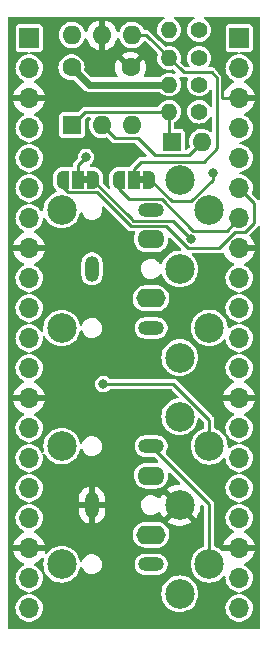
<source format=gbr>
%TF.GenerationSoftware,KiCad,Pcbnew,7.0.9*%
%TF.CreationDate,2024-05-31T08:48:14+01:00*%
%TF.ProjectId,PicoMIDIPackSingle,5069636f-4d49-4444-9950-61636b53696e,rev?*%
%TF.SameCoordinates,Original*%
%TF.FileFunction,Copper,L2,Bot*%
%TF.FilePolarity,Positive*%
%FSLAX46Y46*%
G04 Gerber Fmt 4.6, Leading zero omitted, Abs format (unit mm)*
G04 Created by KiCad (PCBNEW 7.0.9) date 2024-05-31 08:48:14*
%MOMM*%
%LPD*%
G01*
G04 APERTURE LIST*
G04 Aperture macros list*
%AMFreePoly0*
4,1,19,0.550000,-0.750000,0.000000,-0.750000,0.000000,-0.744911,-0.071157,-0.744911,-0.207708,-0.704816,-0.327430,-0.627875,-0.420627,-0.520320,-0.479746,-0.390866,-0.500000,-0.250000,-0.500000,0.250000,-0.479746,0.390866,-0.420627,0.520320,-0.327430,0.627875,-0.207708,0.704816,-0.071157,0.744911,0.000000,0.744911,0.000000,0.750000,0.550000,0.750000,0.550000,-0.750000,0.550000,-0.750000,
$1*%
%AMFreePoly1*
4,1,19,0.000000,0.744911,0.071157,0.744911,0.207708,0.704816,0.327430,0.627875,0.420627,0.520320,0.479746,0.390866,0.500000,0.250000,0.500000,-0.250000,0.479746,-0.390866,0.420627,-0.520320,0.327430,-0.627875,0.207708,-0.704816,0.071157,-0.744911,0.000000,-0.744911,0.000000,-0.750000,-0.550000,-0.750000,-0.550000,0.750000,0.000000,0.750000,0.000000,0.744911,0.000000,0.744911,
$1*%
G04 Aperture macros list end*
%TA.AperFunction,ComponentPad*%
%ADD10C,1.400000*%
%TD*%
%TA.AperFunction,ComponentPad*%
%ADD11O,1.400000X1.400000*%
%TD*%
%TA.AperFunction,ComponentPad*%
%ADD12R,1.600000X1.600000*%
%TD*%
%TA.AperFunction,ComponentPad*%
%ADD13O,1.600000X1.600000*%
%TD*%
%TA.AperFunction,ComponentPad*%
%ADD14O,2.200000X1.200000*%
%TD*%
%TA.AperFunction,ComponentPad*%
%ADD15O,2.300000X1.600000*%
%TD*%
%TA.AperFunction,ComponentPad*%
%ADD16O,1.200000X2.200000*%
%TD*%
%TA.AperFunction,ComponentPad*%
%ADD17O,2.500000X1.600000*%
%TD*%
%TA.AperFunction,ComponentPad*%
%ADD18C,2.499360*%
%TD*%
%TA.AperFunction,WasherPad*%
%ADD19C,2.499360*%
%TD*%
%TA.AperFunction,SMDPad,CuDef*%
%ADD20FreePoly0,180.000000*%
%TD*%
%TA.AperFunction,SMDPad,CuDef*%
%ADD21R,1.000000X1.500000*%
%TD*%
%TA.AperFunction,SMDPad,CuDef*%
%ADD22FreePoly1,180.000000*%
%TD*%
%TA.AperFunction,ComponentPad*%
%ADD23C,1.600000*%
%TD*%
%TA.AperFunction,ComponentPad*%
%ADD24R,1.700000X1.700000*%
%TD*%
%TA.AperFunction,ComponentPad*%
%ADD25O,1.700000X1.700000*%
%TD*%
%TA.AperFunction,ViaPad*%
%ADD26C,0.800000*%
%TD*%
%TA.AperFunction,Conductor*%
%ADD27C,0.250000*%
%TD*%
%TA.AperFunction,Conductor*%
%ADD28C,0.600000*%
%TD*%
%TA.AperFunction,Conductor*%
%ADD29C,0.300000*%
%TD*%
G04 APERTURE END LIST*
%TA.AperFunction,EtchedComponent*%
%TO.C,JP1*%
G36*
X50900000Y-88160000D02*
G01*
X50400000Y-88160000D01*
X50400000Y-87560000D01*
X50900000Y-87560000D01*
X50900000Y-88160000D01*
G37*
%TD.AperFunction*%
%TA.AperFunction,EtchedComponent*%
%TO.C,JP2*%
G36*
X46140000Y-88160000D02*
G01*
X45640000Y-88160000D01*
X45640000Y-87560000D01*
X46140000Y-87560000D01*
X46140000Y-88160000D01*
G37*
%TD.AperFunction*%
%TD*%
D10*
%TO.P,R3,1*%
%TO.N,Net-(J2-Pad5)*%
X55500000Y-75200000D03*
D11*
%TO.P,R3,2*%
%TO.N,Net-(JP2-C)*%
X52960000Y-75200000D03*
%TD*%
D10*
%TO.P,R1,1*%
%TO.N,Net-(J1-Pad4)*%
X55500000Y-82110000D03*
D11*
%TO.P,R1,2*%
%TO.N,Net-(D1-K)*%
X52960000Y-82110000D03*
%TD*%
D12*
%TO.P,D1,1,K*%
%TO.N,Net-(D1-K)*%
X53200000Y-84680000D03*
D13*
%TO.P,D1,2,A*%
%TO.N,Net-(D1-A)*%
X55740000Y-84680000D03*
%TD*%
D12*
%TO.P,U1,1*%
%TO.N,Net-(D1-K)*%
X44740000Y-83240000D03*
D13*
%TO.P,U1,2*%
%TO.N,Net-(D1-A)*%
X47280000Y-83240000D03*
%TO.P,U1,3*%
%TO.N,unconnected-(U1-Pad3)*%
X49820000Y-83240000D03*
%TO.P,U1,4*%
%TO.N,Net-(JP1-C)*%
X49820000Y-75620000D03*
%TO.P,U1,5*%
%TO.N,GND*%
X47280000Y-75620000D03*
%TO.P,U1,6*%
%TO.N,+3.3V*%
X44740000Y-75620000D03*
%TD*%
D14*
%TO.P,J4,R*%
%TO.N,Net-(J2-Pad4)*%
X51435000Y-110425000D03*
D15*
%TO.P,J4,RN*%
%TO.N,N/C*%
X51435000Y-112925000D03*
D16*
%TO.P,J4,S*%
%TO.N,GND*%
X46435000Y-115425000D03*
D14*
%TO.P,J4,T*%
%TO.N,Net-(J2-Pad5)*%
X51435000Y-120425000D03*
D17*
%TO.P,J4,TN*%
%TO.N,N/C*%
X51435000Y-117925000D03*
%TD*%
D14*
%TO.P,J3,R*%
%TO.N,Net-(J1-Pad4)*%
X51435000Y-90425000D03*
D15*
%TO.P,J3,RN*%
%TO.N,N/C*%
X51435000Y-92925000D03*
D16*
%TO.P,J3,S*%
%TO.N,unconnected-(J3-PadS)*%
X46435000Y-95425000D03*
D14*
%TO.P,J3,T*%
%TO.N,Net-(D1-A)*%
X51435000Y-100425000D03*
D17*
%TO.P,J3,TN*%
%TO.N,N/C*%
X51435000Y-97925000D03*
%TD*%
D18*
%TO.P,J1,5*%
%TO.N,Net-(D1-A)*%
X56364100Y-90428820D03*
%TO.P,J1,4*%
%TO.N,Net-(J1-Pad4)*%
X56364100Y-100421180D03*
%TO.P,J1,3*%
%TO.N,unconnected-(J1-Pad3)*%
X53862200Y-87926920D03*
%TO.P,J1,2*%
%TO.N,unconnected-(J1-Pad2)*%
X53864740Y-95425000D03*
%TO.P,J1,1*%
%TO.N,unconnected-(J1-Pad1)*%
X53862200Y-102923080D03*
D19*
%TO.P,J1,*%
%TO.N,*%
X43867300Y-100426260D03*
X43867300Y-90423740D03*
%TD*%
D10*
%TO.P,R2,1*%
%TO.N,Net-(J2-Pad4)*%
X55500000Y-79810000D03*
D11*
%TO.P,R2,2*%
%TO.N,+3.3V*%
X52960000Y-79810000D03*
%TD*%
D19*
%TO.P,J2,*%
%TO.N,*%
X43867300Y-110423740D03*
X43867300Y-120426260D03*
D18*
%TO.P,J2,1*%
%TO.N,unconnected-(J2-Pad1)*%
X53862200Y-122923080D03*
%TO.P,J2,2*%
%TO.N,GND*%
X53864740Y-115425000D03*
%TO.P,J2,3*%
%TO.N,unconnected-(J2-Pad3)*%
X53862200Y-107926920D03*
%TO.P,J2,4*%
%TO.N,Net-(J2-Pad4)*%
X56364100Y-120421180D03*
%TO.P,J2,5*%
%TO.N,Net-(J2-Pad5)*%
X56364100Y-110428820D03*
%TD*%
D10*
%TO.P,R4,1*%
%TO.N,+3.3V*%
X55500000Y-77570000D03*
D11*
%TO.P,R4,2*%
%TO.N,Net-(JP1-C)*%
X52960000Y-77570000D03*
%TD*%
D20*
%TO.P,JP1,1,A*%
%TO.N,/RX0*%
X51300000Y-87860000D03*
D21*
%TO.P,JP1,2,C*%
%TO.N,Net-(JP1-C)*%
X50000000Y-87860000D03*
D22*
%TO.P,JP1,3,B*%
%TO.N,/RX1*%
X48700000Y-87860000D03*
%TD*%
D23*
%TO.P,C1,1*%
%TO.N,+3.3V*%
X44700000Y-78360000D03*
%TO.P,C1,2*%
%TO.N,GND*%
X49700000Y-78360000D03*
%TD*%
D24*
%TO.P,J5,1,Pin_1*%
%TO.N,/TX0*%
X58890000Y-75870000D03*
D25*
%TO.P,J5,2,Pin_2*%
%TO.N,/RX0*%
X58890000Y-78410000D03*
%TO.P,J5,3,Pin_3*%
%TO.N,GND*%
X58890000Y-80950000D03*
%TO.P,J5,4,Pin_4*%
%TO.N,Net-(J5-Pin_4)*%
X58890000Y-83490000D03*
%TO.P,J5,5,Pin_5*%
%TO.N,Net-(J5-Pin_5)*%
X58890000Y-86030000D03*
%TO.P,J5,6,Pin_6*%
%TO.N,/TX1*%
X58890000Y-88570000D03*
%TO.P,J5,7,Pin_7*%
%TO.N,/RX1*%
X58890000Y-91110000D03*
%TO.P,J5,8,Pin_8*%
%TO.N,GND*%
X58890000Y-93650000D03*
%TO.P,J5,9,Pin_9*%
%TO.N,Net-(J5-Pin_9)*%
X58890000Y-96190000D03*
%TO.P,J5,10,Pin_10*%
%TO.N,Net-(J5-Pin_10)*%
X58890000Y-98730000D03*
%TO.P,J5,11,Pin_11*%
%TO.N,Net-(J5-Pin_11)*%
X58890000Y-101270000D03*
%TO.P,J5,12,Pin_12*%
%TO.N,Net-(J5-Pin_12)*%
X58890000Y-103810000D03*
%TO.P,J5,13,Pin_13*%
%TO.N,GND*%
X58890000Y-106350000D03*
%TO.P,J5,14,Pin_14*%
%TO.N,Net-(J5-Pin_14)*%
X58890000Y-108890000D03*
%TO.P,J5,15,Pin_15*%
%TO.N,Net-(J5-Pin_15)*%
X58890000Y-111430000D03*
%TO.P,J5,16,Pin_16*%
%TO.N,Net-(J5-Pin_16)*%
X58890000Y-113970000D03*
%TO.P,J5,17,Pin_17*%
%TO.N,Net-(J5-Pin_17)*%
X58890000Y-116510000D03*
%TO.P,J5,18,Pin_18*%
%TO.N,GND*%
X58890000Y-119050000D03*
%TO.P,J5,19,Pin_19*%
%TO.N,Net-(J5-Pin_19)*%
X58890000Y-121590000D03*
%TO.P,J5,20,Pin_20*%
%TO.N,Net-(J5-Pin_20)*%
X58890000Y-124130000D03*
%TD*%
D24*
%TO.P,J6,1,Pin_1*%
%TO.N,Net-(J6-Pin_1)*%
X41110000Y-75870000D03*
D25*
%TO.P,J6,2,Pin_2*%
%TO.N,Net-(J6-Pin_2)*%
X41110000Y-78410000D03*
%TO.P,J6,3,Pin_3*%
%TO.N,GND*%
X41110000Y-80950000D03*
%TO.P,J6,4,Pin_4*%
%TO.N,Net-(J6-Pin_4)*%
X41110000Y-83490000D03*
%TO.P,J6,5,Pin_5*%
%TO.N,+3.3V*%
X41110000Y-86030000D03*
%TO.P,J6,6,Pin_6*%
%TO.N,Net-(J6-Pin_6)*%
X41110000Y-88570000D03*
%TO.P,J6,7,Pin_7*%
%TO.N,Net-(J6-Pin_7)*%
X41110000Y-91110000D03*
%TO.P,J6,8,Pin_8*%
%TO.N,GND*%
X41110000Y-93650000D03*
%TO.P,J6,9,Pin_9*%
%TO.N,Net-(J6-Pin_9)*%
X41110000Y-96190000D03*
%TO.P,J6,10,Pin_10*%
%TO.N,Net-(J6-Pin_10)*%
X41110000Y-98730000D03*
%TO.P,J6,11,Pin_11*%
%TO.N,Net-(J6-Pin_11)*%
X41110000Y-101270000D03*
%TO.P,J6,12,Pin_12*%
%TO.N,Net-(J6-Pin_12)*%
X41110000Y-103810000D03*
%TO.P,J6,13,Pin_13*%
%TO.N,GND*%
X41110000Y-106350000D03*
%TO.P,J6,14,Pin_14*%
%TO.N,Net-(J6-Pin_14)*%
X41110000Y-108890000D03*
%TO.P,J6,15,Pin_15*%
%TO.N,Net-(J6-Pin_15)*%
X41110000Y-111430000D03*
%TO.P,J6,16,Pin_16*%
%TO.N,Net-(J6-Pin_16)*%
X41110000Y-113970000D03*
%TO.P,J6,17,Pin_17*%
%TO.N,Net-(J6-Pin_17)*%
X41110000Y-116510000D03*
%TO.P,J6,18,Pin_18*%
%TO.N,GND*%
X41110000Y-119050000D03*
%TO.P,J6,19,Pin_19*%
%TO.N,Net-(J6-Pin_19)*%
X41110000Y-121590000D03*
%TO.P,J6,20,Pin_20*%
%TO.N,Net-(J6-Pin_20)*%
X41110000Y-124130000D03*
%TD*%
D20*
%TO.P,JP2,1,A*%
%TO.N,/TX0*%
X46540000Y-87860000D03*
D21*
%TO.P,JP2,2,C*%
%TO.N,Net-(JP2-C)*%
X45240000Y-87860000D03*
D22*
%TO.P,JP2,3,B*%
%TO.N,/TX1*%
X43940000Y-87860000D03*
%TD*%
D26*
%TO.N,Net-(J2-Pad5)*%
X47400000Y-105170000D03*
%TO.N,/TX0*%
X54850000Y-92910000D03*
%TO.N,/RX0*%
X56683027Y-87333027D03*
%TO.N,Net-(JP2-C)*%
X45930000Y-85970000D03*
%TD*%
D27*
%TO.N,Net-(JP1-C)*%
X50000000Y-86972240D02*
X50620000Y-86352240D01*
X50000000Y-87860000D02*
X50000000Y-86972240D01*
X55880000Y-86352240D02*
X50620000Y-86352240D01*
%TO.N,/RX1*%
X48700000Y-88640000D02*
X49560000Y-89500000D01*
X48700000Y-87860000D02*
X48700000Y-88640000D01*
%TO.N,Net-(JP1-C)*%
X57030000Y-85202240D02*
X55880000Y-86352240D01*
X56558604Y-78785000D02*
X57030000Y-79256396D01*
X54195000Y-78785000D02*
X56558604Y-78785000D01*
X57030000Y-79256396D02*
X57030000Y-85202240D01*
X51030000Y-75620000D02*
X54195000Y-78785000D01*
X49820000Y-75620000D02*
X51030000Y-75620000D01*
%TO.N,Net-(D1-K)*%
X52960000Y-82110000D02*
X52960000Y-84440000D01*
X52960000Y-84440000D02*
X53200000Y-84680000D01*
%TO.N,Net-(D1-A)*%
X52324000Y-85805000D02*
X54615000Y-85805000D01*
X51732000Y-85805000D02*
X52324000Y-85805000D01*
X48405000Y-84365000D02*
X50292000Y-84365000D01*
X50292000Y-84365000D02*
X51732000Y-85805000D01*
X54615000Y-85805000D02*
X55740000Y-84680000D01*
D28*
%TO.N,+3.3V*%
X52950000Y-79810000D02*
X46150000Y-79810000D01*
X46150000Y-79810000D02*
X44700000Y-78360000D01*
D27*
%TO.N,GND*%
X58890000Y-80950000D02*
X57480000Y-80950000D01*
X47280000Y-74300000D02*
X47280000Y-75620000D01*
X57090000Y-78680000D02*
X57090000Y-76950000D01*
D29*
X52605000Y-76365000D02*
X50435000Y-74300000D01*
D27*
X57090000Y-76950000D02*
X56500000Y-76360000D01*
X57404000Y-78994000D02*
X57090000Y-78680000D01*
X57480000Y-80950000D02*
X57480000Y-79070000D01*
X55769568Y-76360000D02*
X55764568Y-76365000D01*
X56500000Y-76360000D02*
X55769568Y-76360000D01*
X55764568Y-76365000D02*
X52605000Y-76365000D01*
X50435000Y-74300000D02*
X47271000Y-74300000D01*
%TO.N,Net-(D1-K)*%
X45870000Y-82110000D02*
X53020000Y-82110000D01*
X44740000Y-83240000D02*
X45870000Y-82110000D01*
%TO.N,Net-(D1-A)*%
X47280000Y-83240000D02*
X48405000Y-84365000D01*
%TO.N,Net-(J2-Pad4)*%
X56364100Y-115354100D02*
X56364100Y-120421180D01*
X51435000Y-110425000D02*
X56364100Y-115354100D01*
%TO.N,Net-(J2-Pad5)*%
X56364100Y-108201886D02*
X56364100Y-110428820D01*
X53332214Y-105170000D02*
X56364100Y-108201886D01*
X47400000Y-105170000D02*
X53332214Y-105170000D01*
%TO.N,/TX0*%
X52710000Y-91350000D02*
X53290000Y-91350000D01*
X53290000Y-91350000D02*
X54850000Y-92910000D01*
X49702728Y-91137272D02*
X49915456Y-91350000D01*
X46540000Y-87860000D02*
X46540000Y-87974544D01*
X46540000Y-87974544D02*
X49702728Y-91137272D01*
X49915456Y-91350000D02*
X52710000Y-91350000D01*
%TO.N,/TX1*%
X43940000Y-87860000D02*
X43940000Y-88460000D01*
X58568298Y-92310000D02*
X59351701Y-92310000D01*
X54555000Y-93655000D02*
X57223298Y-93655000D01*
X46864060Y-88935000D02*
X49729060Y-91800000D01*
X59351701Y-92310000D02*
X60130000Y-91531701D01*
X57223298Y-93655000D02*
X58568298Y-92310000D01*
X60130000Y-89810000D02*
X58890000Y-88570000D01*
X49729060Y-91800000D02*
X52700000Y-91800000D01*
X43940000Y-88460000D02*
X44415000Y-88935000D01*
X60130000Y-91531701D02*
X60130000Y-89810000D01*
X44415000Y-88935000D02*
X46864060Y-88935000D01*
X52700000Y-91800000D02*
X54555000Y-93655000D01*
%TO.N,/RX1*%
X57830000Y-92170000D02*
X58890000Y-91110000D01*
X48520000Y-87860000D02*
X48520000Y-88460000D01*
X52318148Y-89500000D02*
X54988148Y-92170000D01*
X54988148Y-92170000D02*
X57830000Y-92170000D01*
X49560000Y-89500000D02*
X52318148Y-89500000D01*
%TO.N,/RX0*%
X54855986Y-89710000D02*
X56683027Y-87882959D01*
X53180000Y-89710000D02*
X54855986Y-89710000D01*
X51330000Y-87860000D02*
X53180000Y-89710000D01*
X51120000Y-87860000D02*
X51330000Y-87860000D01*
X56683027Y-87882959D02*
X56683027Y-87333027D01*
%TO.N,Net-(JP2-C)*%
X45240000Y-86660000D02*
X45240000Y-87860000D01*
X45930000Y-85970000D02*
X45240000Y-86660000D01*
%TD*%
%TA.AperFunction,Conductor*%
%TO.N,GND*%
G36*
X52522733Y-74090185D02*
G01*
X52568488Y-74142989D01*
X52578432Y-74212147D01*
X52549407Y-74275703D01*
X52514147Y-74303858D01*
X52401467Y-74364086D01*
X52401460Y-74364090D01*
X52249116Y-74489116D01*
X52124090Y-74641460D01*
X52124086Y-74641467D01*
X52031188Y-74815266D01*
X51973975Y-75003870D01*
X51954659Y-75200000D01*
X51973975Y-75396129D01*
X52031188Y-75584733D01*
X52124086Y-75758532D01*
X52124090Y-75758539D01*
X52142046Y-75780418D01*
X52169359Y-75844728D01*
X52157568Y-75913596D01*
X52110416Y-75965156D01*
X52042873Y-75983039D01*
X51976385Y-75961566D01*
X51958512Y-75946764D01*
X51283218Y-75271470D01*
X51261703Y-75260508D01*
X51245110Y-75250340D01*
X51225580Y-75236150D01*
X51202615Y-75228688D01*
X51184641Y-75221243D01*
X51163127Y-75210281D01*
X51158010Y-75209470D01*
X51139273Y-75206503D01*
X51120358Y-75201962D01*
X51097394Y-75194500D01*
X51097393Y-75194500D01*
X51063488Y-75194500D01*
X50914288Y-75194500D01*
X50847249Y-75174815D01*
X50803289Y-75125774D01*
X50759673Y-75038179D01*
X50636764Y-74875421D01*
X50636762Y-74875418D01*
X50486041Y-74738019D01*
X50486039Y-74738017D01*
X50312642Y-74630655D01*
X50312635Y-74630651D01*
X50217546Y-74593814D01*
X50122456Y-74556976D01*
X49921976Y-74519500D01*
X49718024Y-74519500D01*
X49517544Y-74556976D01*
X49517541Y-74556976D01*
X49517541Y-74556977D01*
X49327364Y-74630651D01*
X49327357Y-74630655D01*
X49153960Y-74738017D01*
X49153958Y-74738019D01*
X49003237Y-74875418D01*
X48880327Y-75038178D01*
X48789422Y-75220739D01*
X48789418Y-75220750D01*
X48772943Y-75278653D01*
X48735663Y-75337746D01*
X48672353Y-75367303D01*
X48603113Y-75357939D01*
X48549927Y-75312629D01*
X48533902Y-75276810D01*
X48506269Y-75173682D01*
X48506265Y-75173673D01*
X48410134Y-74967517D01*
X48279657Y-74781179D01*
X48118820Y-74620342D01*
X47932482Y-74489865D01*
X47726328Y-74393734D01*
X47530000Y-74341127D01*
X47530000Y-75304314D01*
X47518045Y-75292359D01*
X47405148Y-75234835D01*
X47311481Y-75220000D01*
X47248519Y-75220000D01*
X47154852Y-75234835D01*
X47041955Y-75292359D01*
X47030000Y-75304314D01*
X47030000Y-74341127D01*
X46833671Y-74393734D01*
X46627517Y-74489865D01*
X46441179Y-74620342D01*
X46280342Y-74781179D01*
X46149865Y-74967517D01*
X46053734Y-75173673D01*
X46053731Y-75173680D01*
X46026097Y-75276811D01*
X45989731Y-75336471D01*
X45926884Y-75367000D01*
X45857509Y-75358705D01*
X45803631Y-75314219D01*
X45787056Y-75278651D01*
X45786532Y-75276811D01*
X45770582Y-75220750D01*
X45765369Y-75210281D01*
X45723288Y-75125771D01*
X45679673Y-75038179D01*
X45556764Y-74875421D01*
X45556762Y-74875418D01*
X45406041Y-74738019D01*
X45406039Y-74738017D01*
X45232642Y-74630655D01*
X45232635Y-74630651D01*
X45137546Y-74593814D01*
X45042456Y-74556976D01*
X44841976Y-74519500D01*
X44638024Y-74519500D01*
X44437544Y-74556976D01*
X44437541Y-74556976D01*
X44437541Y-74556977D01*
X44247364Y-74630651D01*
X44247357Y-74630655D01*
X44073960Y-74738017D01*
X44073958Y-74738019D01*
X43923237Y-74875418D01*
X43800327Y-75038178D01*
X43709422Y-75220739D01*
X43709417Y-75220752D01*
X43653602Y-75416917D01*
X43634785Y-75619999D01*
X43634785Y-75620000D01*
X43653602Y-75823082D01*
X43709417Y-76019247D01*
X43709422Y-76019260D01*
X43800327Y-76201821D01*
X43923237Y-76364581D01*
X44073958Y-76501980D01*
X44073960Y-76501982D01*
X44173141Y-76563392D01*
X44247363Y-76609348D01*
X44437544Y-76683024D01*
X44638024Y-76720500D01*
X44638026Y-76720500D01*
X44841974Y-76720500D01*
X44841976Y-76720500D01*
X45042456Y-76683024D01*
X45232637Y-76609348D01*
X45406041Y-76501981D01*
X45556764Y-76364579D01*
X45679673Y-76201821D01*
X45770582Y-76019250D01*
X45787058Y-75961342D01*
X45824334Y-75902255D01*
X45887644Y-75872697D01*
X45956884Y-75882059D01*
X46010070Y-75927368D01*
X46026097Y-75963188D01*
X46053731Y-76066319D01*
X46053734Y-76066326D01*
X46149865Y-76272482D01*
X46280342Y-76458820D01*
X46441179Y-76619657D01*
X46627517Y-76750134D01*
X46833673Y-76846265D01*
X46833682Y-76846269D01*
X47029999Y-76898872D01*
X47030000Y-76898871D01*
X47030000Y-75935686D01*
X47041955Y-75947641D01*
X47154852Y-76005165D01*
X47248519Y-76020000D01*
X47311481Y-76020000D01*
X47405148Y-76005165D01*
X47518045Y-75947641D01*
X47530000Y-75935686D01*
X47530000Y-76898872D01*
X47726317Y-76846269D01*
X47726326Y-76846265D01*
X47932482Y-76750134D01*
X48118820Y-76619657D01*
X48279657Y-76458820D01*
X48410134Y-76272482D01*
X48506265Y-76066326D01*
X48506269Y-76066317D01*
X48533902Y-75963189D01*
X48570267Y-75903528D01*
X48633113Y-75872999D01*
X48702489Y-75881293D01*
X48756367Y-75925779D01*
X48772943Y-75961347D01*
X48789417Y-76019247D01*
X48789422Y-76019260D01*
X48880327Y-76201821D01*
X49003237Y-76364581D01*
X49153958Y-76501980D01*
X49153960Y-76501982D01*
X49253141Y-76563392D01*
X49327363Y-76609348D01*
X49517544Y-76683024D01*
X49718024Y-76720500D01*
X49718026Y-76720500D01*
X49921974Y-76720500D01*
X49921976Y-76720500D01*
X50122456Y-76683024D01*
X50312637Y-76609348D01*
X50486041Y-76501981D01*
X50636764Y-76364579D01*
X50759673Y-76201821D01*
X50766091Y-76188931D01*
X50813587Y-76137696D01*
X50881249Y-76120271D01*
X50947591Y-76142192D01*
X50964772Y-76156520D01*
X51969865Y-77161613D01*
X52003350Y-77222936D01*
X52000845Y-77285288D01*
X51973976Y-77373867D01*
X51954659Y-77570000D01*
X51973975Y-77766129D01*
X52031188Y-77954733D01*
X52124086Y-78128532D01*
X52124090Y-78128539D01*
X52249116Y-78280883D01*
X52401460Y-78405909D01*
X52401467Y-78405913D01*
X52575266Y-78498811D01*
X52575269Y-78498811D01*
X52575273Y-78498814D01*
X52763868Y-78556024D01*
X52860312Y-78565522D01*
X52871219Y-78566597D01*
X52936006Y-78592758D01*
X52960072Y-78626767D01*
X52975631Y-78600003D01*
X53037829Y-78568172D01*
X53048778Y-78566597D01*
X53156132Y-78556024D01*
X53244709Y-78529153D01*
X53314574Y-78528529D01*
X53368385Y-78560133D01*
X53494163Y-78685911D01*
X53527648Y-78747234D01*
X53522664Y-78816926D01*
X53480792Y-78872859D01*
X53415328Y-78897276D01*
X53350385Y-78883453D01*
X53350359Y-78883518D01*
X53350007Y-78883372D01*
X53348032Y-78882952D01*
X53344732Y-78881188D01*
X53344729Y-78881187D01*
X53344727Y-78881186D01*
X53156132Y-78823976D01*
X53156129Y-78823975D01*
X53059259Y-78814435D01*
X53048779Y-78813402D01*
X52983993Y-78787242D01*
X52959926Y-78753232D01*
X52944368Y-78779997D01*
X52882170Y-78811828D01*
X52871219Y-78813403D01*
X52763870Y-78823975D01*
X52575266Y-78881188D01*
X52401467Y-78974086D01*
X52401460Y-78974090D01*
X52249116Y-79099116D01*
X52195733Y-79164165D01*
X52137988Y-79203499D01*
X52099880Y-79209500D01*
X50930383Y-79209500D01*
X50863344Y-79189815D01*
X50817589Y-79137011D01*
X50807645Y-79067853D01*
X50827649Y-79017304D01*
X50827425Y-79017175D01*
X50828303Y-79015653D01*
X50828809Y-79014376D01*
X50830130Y-79012489D01*
X50830133Y-79012483D01*
X50926265Y-78806326D01*
X50926269Y-78806317D01*
X50985139Y-78586610D01*
X50985141Y-78586599D01*
X51004966Y-78360002D01*
X51004966Y-78359997D01*
X50985141Y-78133400D01*
X50985139Y-78133389D01*
X50926269Y-77913682D01*
X50926265Y-77913673D01*
X50830133Y-77707516D01*
X50830131Y-77707512D01*
X50779025Y-77634526D01*
X50097953Y-78315598D01*
X50085165Y-78234852D01*
X50027641Y-78121955D01*
X49938045Y-78032359D01*
X49825148Y-77974835D01*
X49744400Y-77962046D01*
X50425472Y-77280974D01*
X50425471Y-77280973D01*
X50352483Y-77229866D01*
X50352481Y-77229865D01*
X50146326Y-77133734D01*
X50146317Y-77133730D01*
X49926610Y-77074860D01*
X49926599Y-77074858D01*
X49700002Y-77055034D01*
X49699998Y-77055034D01*
X49473400Y-77074858D01*
X49473389Y-77074860D01*
X49253682Y-77133730D01*
X49253673Y-77133734D01*
X49047513Y-77229868D01*
X48974527Y-77280972D01*
X48974526Y-77280973D01*
X49655600Y-77962046D01*
X49574852Y-77974835D01*
X49461955Y-78032359D01*
X49372359Y-78121955D01*
X49314835Y-78234852D01*
X49302046Y-78315600D01*
X48620973Y-77634527D01*
X48569868Y-77707513D01*
X48473734Y-77913673D01*
X48473730Y-77913682D01*
X48414860Y-78133389D01*
X48414858Y-78133400D01*
X48395034Y-78359997D01*
X48395034Y-78360002D01*
X48414858Y-78586599D01*
X48414860Y-78586610D01*
X48473730Y-78806317D01*
X48473734Y-78806326D01*
X48569866Y-79012483D01*
X48569869Y-79012489D01*
X48571191Y-79014376D01*
X48571516Y-79015341D01*
X48572575Y-79017175D01*
X48572206Y-79017387D01*
X48593519Y-79080581D01*
X48576509Y-79148349D01*
X48525562Y-79196162D01*
X48469617Y-79209500D01*
X46450097Y-79209500D01*
X46383058Y-79189815D01*
X46362416Y-79173181D01*
X45824667Y-78635432D01*
X45791182Y-78574109D01*
X45788877Y-78536315D01*
X45805215Y-78360000D01*
X45786397Y-78156917D01*
X45730582Y-77960750D01*
X45724081Y-77947695D01*
X45651407Y-77801745D01*
X45639673Y-77778179D01*
X45531192Y-77634527D01*
X45516762Y-77615418D01*
X45366041Y-77478019D01*
X45366039Y-77478017D01*
X45192642Y-77370655D01*
X45192635Y-77370651D01*
X45097546Y-77333814D01*
X45002456Y-77296976D01*
X44801976Y-77259500D01*
X44598024Y-77259500D01*
X44397544Y-77296976D01*
X44397541Y-77296976D01*
X44397541Y-77296977D01*
X44207364Y-77370651D01*
X44207357Y-77370655D01*
X44033960Y-77478017D01*
X44033958Y-77478019D01*
X43883237Y-77615418D01*
X43760327Y-77778178D01*
X43669422Y-77960739D01*
X43669417Y-77960752D01*
X43613602Y-78156917D01*
X43594785Y-78359999D01*
X43594785Y-78360000D01*
X43613602Y-78563082D01*
X43669417Y-78759247D01*
X43669422Y-78759260D01*
X43760327Y-78941821D01*
X43883237Y-79104581D01*
X44033958Y-79241980D01*
X44033960Y-79241982D01*
X44100189Y-79282989D01*
X44207363Y-79349348D01*
X44397544Y-79423024D01*
X44598024Y-79460500D01*
X44598026Y-79460500D01*
X44801975Y-79460500D01*
X44801976Y-79460500D01*
X44863504Y-79448998D01*
X44933017Y-79456028D01*
X44973970Y-79483205D01*
X45694669Y-80203904D01*
X45700020Y-80210005D01*
X45721718Y-80238282D01*
X45786464Y-80287963D01*
X45847159Y-80334536D01*
X45847162Y-80334537D01*
X45847163Y-80334538D01*
X45911237Y-80361078D01*
X45993238Y-80395044D01*
X46071619Y-80405363D01*
X46149999Y-80415682D01*
X46150000Y-80415682D01*
X46185329Y-80411030D01*
X46193428Y-80410500D01*
X52099880Y-80410500D01*
X52166919Y-80430185D01*
X52195733Y-80455835D01*
X52249116Y-80520883D01*
X52401460Y-80645909D01*
X52401467Y-80645913D01*
X52575266Y-80738811D01*
X52575269Y-80738811D01*
X52575273Y-80738814D01*
X52763868Y-80796024D01*
X52960000Y-80815341D01*
X53156132Y-80796024D01*
X53344727Y-80738814D01*
X53518538Y-80645910D01*
X53670883Y-80520883D01*
X53795910Y-80368538D01*
X53853309Y-80261152D01*
X53888811Y-80194733D01*
X53888811Y-80194732D01*
X53888814Y-80194727D01*
X53946024Y-80006132D01*
X53965341Y-79810000D01*
X53946024Y-79613868D01*
X53888814Y-79425273D01*
X53888811Y-79425269D01*
X53888811Y-79425266D01*
X53844832Y-79342987D01*
X53830590Y-79274584D01*
X53855590Y-79209340D01*
X53911895Y-79167970D01*
X53981629Y-79163608D01*
X53992507Y-79166603D01*
X53999418Y-79168848D01*
X53999419Y-79168849D01*
X54020138Y-79175580D01*
X54022380Y-79176309D01*
X54040354Y-79183753D01*
X54061874Y-79194719D01*
X54085724Y-79198495D01*
X54104645Y-79203039D01*
X54126489Y-79210136D01*
X54127607Y-79210500D01*
X54161512Y-79210500D01*
X54479103Y-79210500D01*
X54546142Y-79230185D01*
X54591897Y-79282989D01*
X54601841Y-79352147D01*
X54588461Y-79392954D01*
X54571187Y-79425269D01*
X54513975Y-79613870D01*
X54494659Y-79810000D01*
X54513975Y-80006129D01*
X54571188Y-80194733D01*
X54664086Y-80368532D01*
X54664090Y-80368539D01*
X54789116Y-80520883D01*
X54941460Y-80645909D01*
X54941467Y-80645913D01*
X55115266Y-80738811D01*
X55115269Y-80738811D01*
X55115273Y-80738814D01*
X55303868Y-80796024D01*
X55500000Y-80815341D01*
X55696132Y-80796024D01*
X55884727Y-80738814D01*
X56058538Y-80645910D01*
X56210883Y-80520883D01*
X56335910Y-80368538D01*
X56343654Y-80354049D01*
X56371142Y-80302625D01*
X56420104Y-80252781D01*
X56488242Y-80237320D01*
X56553921Y-80261152D01*
X56596290Y-80316709D01*
X56604500Y-80361078D01*
X56604500Y-81558921D01*
X56584815Y-81625960D01*
X56532011Y-81671715D01*
X56462853Y-81681659D01*
X56399297Y-81652634D01*
X56371142Y-81617375D01*
X56335911Y-81551463D01*
X56335909Y-81551460D01*
X56210883Y-81399116D01*
X56058539Y-81274090D01*
X56058532Y-81274086D01*
X55884733Y-81181188D01*
X55884727Y-81181186D01*
X55758997Y-81143046D01*
X55696129Y-81123975D01*
X55500000Y-81104659D01*
X55303870Y-81123975D01*
X55115266Y-81181188D01*
X54941467Y-81274086D01*
X54941460Y-81274090D01*
X54789116Y-81399116D01*
X54664090Y-81551460D01*
X54664086Y-81551467D01*
X54571188Y-81725266D01*
X54513975Y-81913870D01*
X54494659Y-82110000D01*
X54513975Y-82306129D01*
X54571188Y-82494733D01*
X54664086Y-82668532D01*
X54664090Y-82668539D01*
X54789116Y-82820883D01*
X54941460Y-82945909D01*
X54941467Y-82945913D01*
X55115266Y-83038811D01*
X55115269Y-83038811D01*
X55115273Y-83038814D01*
X55303868Y-83096024D01*
X55500000Y-83115341D01*
X55696132Y-83096024D01*
X55884727Y-83038814D01*
X56058538Y-82945910D01*
X56210883Y-82820883D01*
X56335910Y-82668538D01*
X56347964Y-82645986D01*
X56371142Y-82602625D01*
X56420104Y-82552781D01*
X56488242Y-82537320D01*
X56553921Y-82561152D01*
X56596290Y-82616709D01*
X56604500Y-82661078D01*
X56604500Y-83698862D01*
X56584815Y-83765901D01*
X56532011Y-83811656D01*
X56462853Y-83821600D01*
X56411445Y-83800181D01*
X56410916Y-83801037D01*
X56232642Y-83690655D01*
X56232635Y-83690651D01*
X56099944Y-83639247D01*
X56042456Y-83616976D01*
X55841976Y-83579500D01*
X55638024Y-83579500D01*
X55437544Y-83616976D01*
X55437541Y-83616976D01*
X55437541Y-83616977D01*
X55247364Y-83690651D01*
X55247357Y-83690655D01*
X55073960Y-83798017D01*
X55073958Y-83798019D01*
X54923237Y-83935418D01*
X54800327Y-84098178D01*
X54709422Y-84280739D01*
X54709417Y-84280752D01*
X54653602Y-84476917D01*
X54634785Y-84679999D01*
X54634785Y-84680000D01*
X54653602Y-84883082D01*
X54653603Y-84883084D01*
X54696028Y-85032192D01*
X54695441Y-85102059D01*
X54664443Y-85153807D01*
X54512180Y-85306070D01*
X54450857Y-85339555D01*
X54381165Y-85334571D01*
X54325232Y-85292699D01*
X54300815Y-85227235D01*
X54300499Y-85218414D01*
X54300499Y-83835136D01*
X54298955Y-83821821D01*
X54297586Y-83810012D01*
X54297585Y-83810010D01*
X54297585Y-83810009D01*
X54252206Y-83707235D01*
X54172765Y-83627794D01*
X54148267Y-83616977D01*
X54069992Y-83582415D01*
X54044868Y-83579500D01*
X54044865Y-83579500D01*
X53509500Y-83579500D01*
X53442461Y-83559815D01*
X53396706Y-83507011D01*
X53385500Y-83455500D01*
X53385500Y-83091342D01*
X53405185Y-83024303D01*
X53451047Y-82981984D01*
X53518538Y-82945910D01*
X53670883Y-82820883D01*
X53795910Y-82668538D01*
X53853309Y-82561152D01*
X53888811Y-82494733D01*
X53888811Y-82494732D01*
X53888814Y-82494727D01*
X53946024Y-82306132D01*
X53965341Y-82110000D01*
X53946024Y-81913868D01*
X53888814Y-81725273D01*
X53888811Y-81725269D01*
X53888811Y-81725266D01*
X53795913Y-81551467D01*
X53795909Y-81551460D01*
X53670883Y-81399116D01*
X53518539Y-81274090D01*
X53518532Y-81274086D01*
X53344733Y-81181188D01*
X53344727Y-81181186D01*
X53218997Y-81143046D01*
X53156129Y-81123975D01*
X52960000Y-81104659D01*
X52763870Y-81123975D01*
X52575266Y-81181188D01*
X52401467Y-81274086D01*
X52401460Y-81274090D01*
X52249116Y-81399116D01*
X52124090Y-81551460D01*
X52124088Y-81551463D01*
X52088016Y-81618952D01*
X52039054Y-81668797D01*
X51978657Y-81684500D01*
X45802604Y-81684500D01*
X45779639Y-81691962D01*
X45760722Y-81696503D01*
X45736873Y-81700280D01*
X45715358Y-81711243D01*
X45697386Y-81718688D01*
X45674418Y-81726151D01*
X45674416Y-81726152D01*
X45654884Y-81740343D01*
X45638299Y-81750506D01*
X45616782Y-81761469D01*
X45616780Y-81761471D01*
X45592805Y-81785447D01*
X45275070Y-82103181D01*
X45213747Y-82136666D01*
X45187389Y-82139500D01*
X43895143Y-82139500D01*
X43895117Y-82139502D01*
X43870012Y-82142413D01*
X43870008Y-82142415D01*
X43767235Y-82187793D01*
X43687794Y-82267234D01*
X43642415Y-82370006D01*
X43642415Y-82370008D01*
X43639500Y-82395131D01*
X43639500Y-84084856D01*
X43639502Y-84084882D01*
X43642413Y-84109987D01*
X43642415Y-84109991D01*
X43687793Y-84212764D01*
X43687794Y-84212765D01*
X43767235Y-84292206D01*
X43870009Y-84337585D01*
X43895135Y-84340500D01*
X45584864Y-84340499D01*
X45584879Y-84340497D01*
X45584882Y-84340497D01*
X45609987Y-84337586D01*
X45609988Y-84337585D01*
X45609991Y-84337585D01*
X45712765Y-84292206D01*
X45792206Y-84212765D01*
X45837585Y-84109991D01*
X45840500Y-84084865D01*
X45840499Y-82792609D01*
X45860184Y-82725571D01*
X45876813Y-82704934D01*
X46009930Y-82571817D01*
X46071252Y-82538334D01*
X46097610Y-82535500D01*
X46201147Y-82535500D01*
X46268186Y-82555185D01*
X46313941Y-82607989D01*
X46323885Y-82677147D01*
X46312147Y-82714772D01*
X46249422Y-82840739D01*
X46249417Y-82840752D01*
X46193602Y-83036917D01*
X46174785Y-83239999D01*
X46174785Y-83240000D01*
X46193602Y-83443082D01*
X46249417Y-83639247D01*
X46249422Y-83639260D01*
X46340327Y-83821821D01*
X46463237Y-83984581D01*
X46613958Y-84121980D01*
X46613960Y-84121982D01*
X46713141Y-84183392D01*
X46787363Y-84229348D01*
X46977544Y-84303024D01*
X47178024Y-84340500D01*
X47178026Y-84340500D01*
X47381974Y-84340500D01*
X47381976Y-84340500D01*
X47582456Y-84303024D01*
X47621586Y-84287865D01*
X47691209Y-84282002D01*
X47752950Y-84314711D01*
X47754062Y-84315810D01*
X48056472Y-84618220D01*
X48151780Y-84713528D01*
X48173300Y-84724493D01*
X48189875Y-84734649D01*
X48209419Y-84748849D01*
X48232381Y-84756309D01*
X48250354Y-84763753D01*
X48271874Y-84774719D01*
X48295724Y-84778495D01*
X48314645Y-84783039D01*
X48335785Y-84789908D01*
X48337607Y-84790500D01*
X48371512Y-84790500D01*
X50064390Y-84790500D01*
X50131429Y-84810185D01*
X50152071Y-84826819D01*
X51040311Y-85715059D01*
X51073796Y-85776382D01*
X51068812Y-85846074D01*
X51026940Y-85902007D01*
X50961476Y-85926424D01*
X50952630Y-85926740D01*
X50552604Y-85926740D01*
X50529639Y-85934202D01*
X50510722Y-85938743D01*
X50486873Y-85942520D01*
X50465358Y-85953483D01*
X50447386Y-85960928D01*
X50424418Y-85968391D01*
X50424416Y-85968392D01*
X50404884Y-85982583D01*
X50388299Y-85992746D01*
X50366782Y-86003709D01*
X50366780Y-86003711D01*
X49746780Y-86623712D01*
X49651471Y-86719020D01*
X49640510Y-86740533D01*
X49630357Y-86757103D01*
X49629439Y-86758367D01*
X49574117Y-86801043D01*
X49529110Y-86809500D01*
X49455143Y-86809500D01*
X49455119Y-86809502D01*
X49430014Y-86812413D01*
X49430006Y-86812416D01*
X49424507Y-86814844D01*
X49355229Y-86823912D01*
X49351688Y-86823304D01*
X49250000Y-86804295D01*
X48628111Y-86804295D01*
X48628110Y-86804295D01*
X48541991Y-86816676D01*
X48541979Y-86816679D01*
X48404029Y-86857185D01*
X48324879Y-86893331D01*
X48324874Y-86893333D01*
X48203926Y-86971062D01*
X48203919Y-86971068D01*
X48138168Y-87028041D01*
X48138165Y-87028043D01*
X48044018Y-87136695D01*
X48044002Y-87136717D01*
X47996975Y-87209893D01*
X47996962Y-87209916D01*
X47937242Y-87340684D01*
X47912726Y-87424179D01*
X47892265Y-87566493D01*
X47892265Y-87653507D01*
X47893033Y-87658847D01*
X47894295Y-87676493D01*
X47894295Y-88043506D01*
X47893034Y-88061142D01*
X47892265Y-88066494D01*
X47892265Y-88153507D01*
X47894660Y-88170164D01*
X47912726Y-88295820D01*
X47912727Y-88295822D01*
X47937241Y-88379310D01*
X47950770Y-88408934D01*
X47980159Y-88473287D01*
X47990102Y-88542445D01*
X47961077Y-88606001D01*
X47902298Y-88643775D01*
X47832429Y-88643775D01*
X47779683Y-88612479D01*
X47384054Y-88216850D01*
X47350569Y-88155527D01*
X47347735Y-88129169D01*
X47347735Y-88066498D01*
X47347735Y-88066494D01*
X47346965Y-88061142D01*
X47345705Y-88043506D01*
X47345705Y-87676493D01*
X47346967Y-87658847D01*
X47347735Y-87653506D01*
X47347735Y-87566493D01*
X47327273Y-87424178D01*
X47302759Y-87340690D01*
X47302758Y-87340688D01*
X47302757Y-87340684D01*
X47243037Y-87209916D01*
X47243024Y-87209893D01*
X47195997Y-87136717D01*
X47195981Y-87136695D01*
X47101834Y-87028043D01*
X47101831Y-87028041D01*
X47036080Y-86971068D01*
X47036073Y-86971062D01*
X46915125Y-86893333D01*
X46915120Y-86893331D01*
X46835971Y-86857185D01*
X46720555Y-86823296D01*
X46698020Y-86816679D01*
X46698008Y-86816676D01*
X46611889Y-86804295D01*
X46350820Y-86804295D01*
X46283781Y-86784610D01*
X46238026Y-86731806D01*
X46228082Y-86662648D01*
X46257107Y-86599092D01*
X46293194Y-86570499D01*
X46307294Y-86563098D01*
X46330852Y-86550734D01*
X46458183Y-86437929D01*
X46554818Y-86297930D01*
X46615140Y-86138872D01*
X46635645Y-85970000D01*
X46615140Y-85801128D01*
X46554818Y-85642070D01*
X46458183Y-85502071D01*
X46340509Y-85397821D01*
X46330849Y-85389263D01*
X46180226Y-85310210D01*
X46015056Y-85269500D01*
X45844944Y-85269500D01*
X45679773Y-85310210D01*
X45529150Y-85389263D01*
X45401816Y-85502072D01*
X45305182Y-85642068D01*
X45244860Y-85801125D01*
X45244859Y-85801130D01*
X45224355Y-85970000D01*
X45224355Y-85970003D01*
X45228326Y-86002715D01*
X45216864Y-86071638D01*
X45192912Y-86105339D01*
X44986780Y-86311472D01*
X44891471Y-86406780D01*
X44880510Y-86428293D01*
X44870346Y-86444878D01*
X44856152Y-86464414D01*
X44856151Y-86464417D01*
X44848688Y-86487385D01*
X44841243Y-86505358D01*
X44830280Y-86526873D01*
X44826503Y-86550722D01*
X44821962Y-86569639D01*
X44814500Y-86592604D01*
X44814500Y-86685561D01*
X44794815Y-86752600D01*
X44742011Y-86798355D01*
X44697672Y-86809353D01*
X44695144Y-86809499D01*
X44670014Y-86812413D01*
X44670006Y-86812416D01*
X44664507Y-86814844D01*
X44595229Y-86823912D01*
X44591688Y-86823304D01*
X44490000Y-86804295D01*
X43868111Y-86804295D01*
X43868110Y-86804295D01*
X43781991Y-86816676D01*
X43781979Y-86816679D01*
X43644029Y-86857185D01*
X43564879Y-86893331D01*
X43564874Y-86893333D01*
X43443926Y-86971062D01*
X43443919Y-86971068D01*
X43378168Y-87028041D01*
X43378165Y-87028043D01*
X43284018Y-87136695D01*
X43284002Y-87136717D01*
X43236975Y-87209893D01*
X43236962Y-87209916D01*
X43177242Y-87340684D01*
X43152726Y-87424179D01*
X43132265Y-87566493D01*
X43132265Y-87653507D01*
X43133033Y-87658847D01*
X43134295Y-87676493D01*
X43134295Y-88043506D01*
X43133034Y-88061142D01*
X43132265Y-88066494D01*
X43132265Y-88153507D01*
X43134660Y-88170164D01*
X43152726Y-88295820D01*
X43177242Y-88379315D01*
X43236962Y-88510083D01*
X43236975Y-88510106D01*
X43284002Y-88583282D01*
X43284018Y-88583304D01*
X43378165Y-88691956D01*
X43378168Y-88691958D01*
X43426853Y-88734144D01*
X43464628Y-88792922D01*
X43464628Y-88862791D01*
X43426854Y-88921570D01*
X43390836Y-88941921D01*
X43391287Y-88943009D01*
X43161360Y-89038246D01*
X43161357Y-89038248D01*
X42953314Y-89165736D01*
X42953312Y-89165737D01*
X42767768Y-89324208D01*
X42609297Y-89509752D01*
X42609296Y-89509754D01*
X42481808Y-89717797D01*
X42481806Y-89717800D01*
X42388434Y-89943222D01*
X42331470Y-90180493D01*
X42311945Y-90428597D01*
X42310727Y-90428501D01*
X42292642Y-90490093D01*
X42239838Y-90535848D01*
X42170680Y-90545792D01*
X42107124Y-90516767D01*
X42089373Y-90497781D01*
X41963872Y-90331593D01*
X41926541Y-90297561D01*
X41806302Y-90187948D01*
X41625019Y-90075702D01*
X41625017Y-90075701D01*
X41492272Y-90024276D01*
X41426198Y-89998679D01*
X41229385Y-89961888D01*
X41167106Y-89930221D01*
X41131833Y-89869908D01*
X41134767Y-89800100D01*
X41174976Y-89742960D01*
X41229384Y-89718111D01*
X41426198Y-89681321D01*
X41625019Y-89604298D01*
X41806302Y-89492052D01*
X41963872Y-89348407D01*
X42092366Y-89178255D01*
X42139161Y-89084277D01*
X42187403Y-88987394D01*
X42187403Y-88987393D01*
X42187405Y-88987389D01*
X42245756Y-88782310D01*
X42265429Y-88570000D01*
X42245756Y-88357690D01*
X42187405Y-88152611D01*
X42187403Y-88152606D01*
X42187403Y-88152605D01*
X42092367Y-87961746D01*
X41963872Y-87791593D01*
X41845490Y-87683673D01*
X41806302Y-87647948D01*
X41625019Y-87535702D01*
X41625017Y-87535701D01*
X41525608Y-87497190D01*
X41426198Y-87458679D01*
X41229385Y-87421888D01*
X41167106Y-87390221D01*
X41131833Y-87329908D01*
X41134767Y-87260100D01*
X41174976Y-87202960D01*
X41229384Y-87178111D01*
X41426198Y-87141321D01*
X41625019Y-87064298D01*
X41806302Y-86952052D01*
X41963872Y-86808407D01*
X42092366Y-86638255D01*
X42098213Y-86626512D01*
X42187403Y-86447394D01*
X42187403Y-86447393D01*
X42187405Y-86447389D01*
X42245756Y-86242310D01*
X42265429Y-86030000D01*
X42245756Y-85817690D01*
X42187405Y-85612611D01*
X42187403Y-85612606D01*
X42187403Y-85612605D01*
X42092367Y-85421746D01*
X41963872Y-85251593D01*
X41927449Y-85218389D01*
X41806302Y-85107948D01*
X41625019Y-84995702D01*
X41625017Y-84995701D01*
X41525608Y-84957190D01*
X41426198Y-84918679D01*
X41229385Y-84881888D01*
X41167106Y-84850221D01*
X41131833Y-84789908D01*
X41134767Y-84720100D01*
X41174976Y-84662960D01*
X41229384Y-84638111D01*
X41426198Y-84601321D01*
X41625019Y-84524298D01*
X41806302Y-84412052D01*
X41963872Y-84268407D01*
X42092366Y-84098255D01*
X42099038Y-84084856D01*
X42187403Y-83907394D01*
X42187403Y-83907393D01*
X42187405Y-83907389D01*
X42245756Y-83702310D01*
X42265429Y-83490000D01*
X42245756Y-83277690D01*
X42187405Y-83072611D01*
X42187403Y-83072606D01*
X42187403Y-83072605D01*
X42092367Y-82881746D01*
X41963872Y-82711593D01*
X41916641Y-82668536D01*
X41806302Y-82567948D01*
X41625019Y-82455702D01*
X41625014Y-82455700D01*
X41618129Y-82453032D01*
X41596037Y-82444474D01*
X41540636Y-82401903D01*
X41517045Y-82336136D01*
X41532756Y-82268056D01*
X41582779Y-82219276D01*
X41588426Y-82216466D01*
X41787578Y-82123599D01*
X41981082Y-81988105D01*
X42148105Y-81821082D01*
X42283600Y-81627578D01*
X42383429Y-81413492D01*
X42383432Y-81413486D01*
X42440636Y-81200000D01*
X41543686Y-81200000D01*
X41569493Y-81159844D01*
X41610000Y-81021889D01*
X41610000Y-80878111D01*
X41569493Y-80740156D01*
X41543686Y-80700000D01*
X42440636Y-80700000D01*
X42440635Y-80699999D01*
X42383432Y-80486513D01*
X42383429Y-80486507D01*
X42283600Y-80272422D01*
X42283599Y-80272420D01*
X42148113Y-80078926D01*
X42148108Y-80078920D01*
X41981082Y-79911894D01*
X41787578Y-79776399D01*
X41588426Y-79683533D01*
X41535987Y-79637360D01*
X41516835Y-79570167D01*
X41537051Y-79503286D01*
X41590216Y-79457951D01*
X41596005Y-79455537D01*
X41625019Y-79444298D01*
X41806302Y-79332052D01*
X41963872Y-79188407D01*
X42092366Y-79018255D01*
X42093817Y-79015341D01*
X42187403Y-78827394D01*
X42187403Y-78827393D01*
X42187405Y-78827389D01*
X42245756Y-78622310D01*
X42265429Y-78410000D01*
X42245756Y-78197690D01*
X42187405Y-77992611D01*
X42187403Y-77992606D01*
X42187403Y-77992605D01*
X42092367Y-77801746D01*
X41963872Y-77631593D01*
X41896308Y-77570000D01*
X41806302Y-77487948D01*
X41625019Y-77375702D01*
X41625017Y-77375701D01*
X41525608Y-77337190D01*
X41426198Y-77298679D01*
X41253456Y-77266387D01*
X41191176Y-77234719D01*
X41155903Y-77174407D01*
X41158837Y-77104599D01*
X41199046Y-77047459D01*
X41263764Y-77021128D01*
X41276233Y-77020499D01*
X42004864Y-77020499D01*
X42004879Y-77020497D01*
X42004882Y-77020497D01*
X42029987Y-77017586D01*
X42029988Y-77017585D01*
X42029991Y-77017585D01*
X42132765Y-76972206D01*
X42212206Y-76892765D01*
X42257585Y-76789991D01*
X42260500Y-76764865D01*
X42260499Y-74975136D01*
X42260497Y-74975117D01*
X42257586Y-74950012D01*
X42257585Y-74950010D01*
X42257585Y-74950009D01*
X42212206Y-74847235D01*
X42132765Y-74767794D01*
X42065331Y-74738019D01*
X42029992Y-74722415D01*
X42004865Y-74719500D01*
X40215143Y-74719500D01*
X40215117Y-74719502D01*
X40190012Y-74722413D01*
X40190008Y-74722415D01*
X40087235Y-74767793D01*
X40007794Y-74847234D01*
X39962415Y-74950006D01*
X39962415Y-74950008D01*
X39959500Y-74975131D01*
X39959500Y-76764856D01*
X39959502Y-76764882D01*
X39962413Y-76789987D01*
X39962415Y-76789991D01*
X40007793Y-76892764D01*
X40007794Y-76892765D01*
X40087235Y-76972206D01*
X40190009Y-77017585D01*
X40215135Y-77020500D01*
X40943758Y-77020499D01*
X41010795Y-77040183D01*
X41056550Y-77092987D01*
X41066494Y-77162146D01*
X41037469Y-77225702D01*
X40978691Y-77263476D01*
X40966542Y-77266388D01*
X40910116Y-77276935D01*
X40793802Y-77298679D01*
X40793800Y-77298679D01*
X40793798Y-77298680D01*
X40594982Y-77375701D01*
X40594980Y-77375702D01*
X40413699Y-77487947D01*
X40256127Y-77631593D01*
X40127632Y-77801746D01*
X40032596Y-77992605D01*
X40032596Y-77992607D01*
X39974244Y-78197689D01*
X39960912Y-78341573D01*
X39954571Y-78410000D01*
X39974244Y-78622310D01*
X40028167Y-78811828D01*
X40032596Y-78827392D01*
X40032596Y-78827394D01*
X40127632Y-79018253D01*
X40256127Y-79188406D01*
X40256128Y-79188407D01*
X40413698Y-79332052D01*
X40594981Y-79444298D01*
X40623961Y-79455525D01*
X40679362Y-79498095D01*
X40702954Y-79563861D01*
X40687244Y-79631942D01*
X40637222Y-79680722D01*
X40631573Y-79683533D01*
X40432422Y-79776399D01*
X40432420Y-79776400D01*
X40238926Y-79911886D01*
X40238920Y-79911891D01*
X40071891Y-80078920D01*
X40071886Y-80078926D01*
X39936400Y-80272420D01*
X39936399Y-80272422D01*
X39836570Y-80486507D01*
X39836567Y-80486513D01*
X39779364Y-80699999D01*
X39779364Y-80700000D01*
X40676314Y-80700000D01*
X40650507Y-80740156D01*
X40610000Y-80878111D01*
X40610000Y-81021889D01*
X40650507Y-81159844D01*
X40676314Y-81200000D01*
X39779364Y-81200000D01*
X39836567Y-81413486D01*
X39836570Y-81413492D01*
X39936399Y-81627578D01*
X40071894Y-81821082D01*
X40238917Y-81988105D01*
X40432421Y-82123600D01*
X40631573Y-82216466D01*
X40684012Y-82262638D01*
X40703164Y-82329832D01*
X40682948Y-82396713D01*
X40629783Y-82442048D01*
X40623968Y-82444472D01*
X40616771Y-82447260D01*
X40594982Y-82455701D01*
X40594980Y-82455702D01*
X40413699Y-82567947D01*
X40256127Y-82711593D01*
X40127632Y-82881746D01*
X40032596Y-83072605D01*
X40032596Y-83072607D01*
X39974244Y-83277689D01*
X39958919Y-83443082D01*
X39954571Y-83490000D01*
X39974244Y-83702310D01*
X40012035Y-83835131D01*
X40032596Y-83907392D01*
X40032596Y-83907394D01*
X40127632Y-84098253D01*
X40248780Y-84258677D01*
X40256128Y-84268407D01*
X40413698Y-84412052D01*
X40594981Y-84524298D01*
X40793802Y-84601321D01*
X40990613Y-84638111D01*
X41052893Y-84669779D01*
X41088166Y-84730092D01*
X41085232Y-84799900D01*
X41045023Y-84857040D01*
X40990613Y-84881888D01*
X40793802Y-84918679D01*
X40793799Y-84918679D01*
X40793799Y-84918680D01*
X40594982Y-84995701D01*
X40594980Y-84995702D01*
X40413699Y-85107947D01*
X40256127Y-85251593D01*
X40127632Y-85421746D01*
X40032596Y-85612605D01*
X40032596Y-85612607D01*
X39974244Y-85817689D01*
X39954571Y-86029999D01*
X39954571Y-86030000D01*
X39974244Y-86242310D01*
X40032596Y-86447392D01*
X40032596Y-86447394D01*
X40127632Y-86638253D01*
X40254007Y-86805599D01*
X40256128Y-86808407D01*
X40413698Y-86952052D01*
X40594981Y-87064298D01*
X40793802Y-87141321D01*
X40990613Y-87178111D01*
X41052893Y-87209779D01*
X41088166Y-87270092D01*
X41085232Y-87339900D01*
X41045023Y-87397040D01*
X40990613Y-87421888D01*
X40793802Y-87458679D01*
X40793799Y-87458679D01*
X40793799Y-87458680D01*
X40594982Y-87535701D01*
X40594980Y-87535702D01*
X40413699Y-87647947D01*
X40256127Y-87791593D01*
X40127632Y-87961746D01*
X40032596Y-88152605D01*
X40032596Y-88152607D01*
X39974244Y-88357689D01*
X39963533Y-88473287D01*
X39954571Y-88570000D01*
X39974244Y-88782310D01*
X40012622Y-88917194D01*
X40032596Y-88987392D01*
X40032596Y-88987394D01*
X40127632Y-89178253D01*
X40241690Y-89329288D01*
X40256128Y-89348407D01*
X40413698Y-89492052D01*
X40594981Y-89604298D01*
X40793802Y-89681321D01*
X40990613Y-89718111D01*
X41052893Y-89749779D01*
X41088166Y-89810092D01*
X41085232Y-89879900D01*
X41045023Y-89937040D01*
X40990613Y-89961888D01*
X40793802Y-89998679D01*
X40793799Y-89998679D01*
X40793799Y-89998680D01*
X40594982Y-90075701D01*
X40594980Y-90075702D01*
X40413699Y-90187947D01*
X40256127Y-90331593D01*
X40127632Y-90501746D01*
X40032596Y-90692605D01*
X40032596Y-90692607D01*
X39974244Y-90897689D01*
X39957123Y-91082464D01*
X39954571Y-91110000D01*
X39974244Y-91322310D01*
X40031492Y-91523514D01*
X40032596Y-91527392D01*
X40032596Y-91527394D01*
X40127632Y-91718253D01*
X40244728Y-91873311D01*
X40256128Y-91888407D01*
X40413698Y-92032052D01*
X40594981Y-92144298D01*
X40623961Y-92155525D01*
X40679362Y-92198095D01*
X40702954Y-92263861D01*
X40687244Y-92331942D01*
X40637222Y-92380722D01*
X40631573Y-92383533D01*
X40432422Y-92476399D01*
X40432420Y-92476400D01*
X40238926Y-92611886D01*
X40238920Y-92611891D01*
X40071891Y-92778920D01*
X40071886Y-92778926D01*
X39936400Y-92972420D01*
X39936399Y-92972422D01*
X39836570Y-93186507D01*
X39836567Y-93186513D01*
X39779364Y-93399999D01*
X39779364Y-93400000D01*
X40676314Y-93400000D01*
X40650507Y-93440156D01*
X40610000Y-93578111D01*
X40610000Y-93721889D01*
X40650507Y-93859844D01*
X40676314Y-93900000D01*
X39779364Y-93900000D01*
X39836567Y-94113486D01*
X39836570Y-94113492D01*
X39936399Y-94327578D01*
X40071894Y-94521082D01*
X40238917Y-94688105D01*
X40432421Y-94823600D01*
X40631573Y-94916466D01*
X40684012Y-94962638D01*
X40703164Y-95029832D01*
X40682948Y-95096713D01*
X40629783Y-95142048D01*
X40623968Y-95144472D01*
X40616771Y-95147260D01*
X40594982Y-95155701D01*
X40594980Y-95155702D01*
X40413699Y-95267947D01*
X40256127Y-95411593D01*
X40127632Y-95581746D01*
X40032596Y-95772605D01*
X40032596Y-95772607D01*
X39996099Y-95900880D01*
X39974244Y-95977690D01*
X39954571Y-96190000D01*
X39974244Y-96402310D01*
X40009019Y-96524531D01*
X40032596Y-96607392D01*
X40032596Y-96607394D01*
X40127632Y-96798253D01*
X40207389Y-96903867D01*
X40256128Y-96968407D01*
X40413698Y-97112052D01*
X40594981Y-97224298D01*
X40793802Y-97301321D01*
X40990613Y-97338111D01*
X41052893Y-97369779D01*
X41088166Y-97430092D01*
X41085232Y-97499900D01*
X41045023Y-97557040D01*
X40990613Y-97581888D01*
X40793802Y-97618679D01*
X40793799Y-97618679D01*
X40793799Y-97618680D01*
X40594982Y-97695701D01*
X40594980Y-97695702D01*
X40413699Y-97807947D01*
X40256127Y-97951593D01*
X40127632Y-98121746D01*
X40032596Y-98312605D01*
X40032596Y-98312607D01*
X39985609Y-98477748D01*
X39974244Y-98517690D01*
X39954571Y-98730000D01*
X39974244Y-98942310D01*
X40002258Y-99040769D01*
X40032596Y-99147392D01*
X40032596Y-99147394D01*
X40127632Y-99338253D01*
X40127634Y-99338255D01*
X40256128Y-99508407D01*
X40413698Y-99652052D01*
X40594981Y-99764298D01*
X40793802Y-99841321D01*
X40990613Y-99878111D01*
X41052893Y-99909779D01*
X41088166Y-99970092D01*
X41085232Y-100039900D01*
X41045023Y-100097040D01*
X40990613Y-100121888D01*
X40793802Y-100158679D01*
X40793799Y-100158679D01*
X40793799Y-100158680D01*
X40594982Y-100235701D01*
X40594980Y-100235702D01*
X40413699Y-100347947D01*
X40256127Y-100491593D01*
X40127632Y-100661746D01*
X40032596Y-100852605D01*
X40032596Y-100852607D01*
X39974244Y-101057689D01*
X39960924Y-101201444D01*
X39954571Y-101270000D01*
X39974244Y-101482310D01*
X40026247Y-101665080D01*
X40032596Y-101687392D01*
X40032596Y-101687394D01*
X40127632Y-101878253D01*
X40205399Y-101981232D01*
X40256128Y-102048407D01*
X40413698Y-102192052D01*
X40594981Y-102304298D01*
X40793802Y-102381321D01*
X40990613Y-102418111D01*
X41052893Y-102449779D01*
X41088166Y-102510092D01*
X41085232Y-102579900D01*
X41045023Y-102637040D01*
X40990613Y-102661888D01*
X40793802Y-102698679D01*
X40793799Y-102698679D01*
X40793799Y-102698680D01*
X40594982Y-102775701D01*
X40594980Y-102775702D01*
X40413699Y-102887947D01*
X40256127Y-103031593D01*
X40127632Y-103201746D01*
X40032596Y-103392605D01*
X40032596Y-103392607D01*
X39974244Y-103597689D01*
X39954571Y-103809999D01*
X39954571Y-103810000D01*
X39974244Y-104022310D01*
X40032596Y-104227392D01*
X40032596Y-104227394D01*
X40127632Y-104418253D01*
X40256127Y-104588406D01*
X40256128Y-104588407D01*
X40413698Y-104732052D01*
X40594981Y-104844298D01*
X40623961Y-104855525D01*
X40679362Y-104898095D01*
X40702954Y-104963861D01*
X40687244Y-105031942D01*
X40637222Y-105080722D01*
X40631573Y-105083533D01*
X40432422Y-105176399D01*
X40432420Y-105176400D01*
X40238926Y-105311886D01*
X40238920Y-105311891D01*
X40071891Y-105478920D01*
X40071886Y-105478926D01*
X39936400Y-105672420D01*
X39936399Y-105672422D01*
X39836570Y-105886507D01*
X39836567Y-105886513D01*
X39779364Y-106099999D01*
X39779364Y-106100000D01*
X40676314Y-106100000D01*
X40650507Y-106140156D01*
X40610000Y-106278111D01*
X40610000Y-106421889D01*
X40650507Y-106559844D01*
X40676314Y-106600000D01*
X39779364Y-106600000D01*
X39836567Y-106813486D01*
X39836570Y-106813492D01*
X39936399Y-107027578D01*
X40071894Y-107221082D01*
X40238917Y-107388105D01*
X40432421Y-107523600D01*
X40631573Y-107616466D01*
X40684012Y-107662638D01*
X40703164Y-107729832D01*
X40682948Y-107796713D01*
X40629783Y-107842048D01*
X40623968Y-107844472D01*
X40616771Y-107847260D01*
X40594982Y-107855701D01*
X40594980Y-107855702D01*
X40413699Y-107967947D01*
X40256127Y-108111593D01*
X40127632Y-108281746D01*
X40032596Y-108472605D01*
X40032596Y-108472607D01*
X39974244Y-108677689D01*
X39954571Y-108889999D01*
X39954571Y-108890000D01*
X39974244Y-109102310D01*
X40032596Y-109307392D01*
X40032596Y-109307394D01*
X40127632Y-109498253D01*
X40256127Y-109668406D01*
X40256128Y-109668407D01*
X40413698Y-109812052D01*
X40594981Y-109924298D01*
X40793802Y-110001321D01*
X40990613Y-110038111D01*
X41052893Y-110069779D01*
X41088166Y-110130092D01*
X41085232Y-110199900D01*
X41045023Y-110257040D01*
X40990613Y-110281888D01*
X40793802Y-110318679D01*
X40793799Y-110318679D01*
X40793799Y-110318680D01*
X40594982Y-110395701D01*
X40594980Y-110395702D01*
X40413699Y-110507947D01*
X40256127Y-110651593D01*
X40127632Y-110821746D01*
X40032596Y-111012605D01*
X40032596Y-111012607D01*
X39999285Y-111129683D01*
X39974244Y-111217690D01*
X39954571Y-111430000D01*
X39974244Y-111642310D01*
X40030342Y-111839472D01*
X40032596Y-111847392D01*
X40032596Y-111847394D01*
X40127632Y-112038253D01*
X40256127Y-112208406D01*
X40256128Y-112208407D01*
X40413698Y-112352052D01*
X40594981Y-112464298D01*
X40793802Y-112541321D01*
X40990613Y-112578111D01*
X41052893Y-112609779D01*
X41088166Y-112670092D01*
X41085232Y-112739900D01*
X41045023Y-112797040D01*
X40990613Y-112821888D01*
X40793802Y-112858679D01*
X40793799Y-112858679D01*
X40793799Y-112858680D01*
X40594982Y-112935701D01*
X40594980Y-112935702D01*
X40413699Y-113047947D01*
X40256127Y-113191593D01*
X40127632Y-113361746D01*
X40032596Y-113552605D01*
X40032596Y-113552607D01*
X39974244Y-113757689D01*
X39954571Y-113969999D01*
X39954571Y-113970000D01*
X39974244Y-114182310D01*
X40032596Y-114387392D01*
X40032596Y-114387394D01*
X40127632Y-114578253D01*
X40256127Y-114748406D01*
X40256128Y-114748407D01*
X40413698Y-114892052D01*
X40594981Y-115004298D01*
X40793802Y-115081321D01*
X40990613Y-115118111D01*
X41052893Y-115149779D01*
X41088166Y-115210092D01*
X41085232Y-115279900D01*
X41045023Y-115337040D01*
X40990613Y-115361888D01*
X40793802Y-115398679D01*
X40793799Y-115398679D01*
X40793799Y-115398680D01*
X40594982Y-115475701D01*
X40594980Y-115475702D01*
X40413699Y-115587947D01*
X40256127Y-115731593D01*
X40127632Y-115901746D01*
X40032596Y-116092605D01*
X40032596Y-116092607D01*
X39974244Y-116297689D01*
X39954571Y-116509999D01*
X39954571Y-116510000D01*
X39974244Y-116722310D01*
X40032596Y-116927392D01*
X40032596Y-116927394D01*
X40127632Y-117118253D01*
X40252608Y-117283746D01*
X40256128Y-117288407D01*
X40413698Y-117432052D01*
X40594981Y-117544298D01*
X40623961Y-117555525D01*
X40679362Y-117598095D01*
X40702954Y-117663861D01*
X40687244Y-117731942D01*
X40637222Y-117780722D01*
X40631573Y-117783533D01*
X40432422Y-117876399D01*
X40432420Y-117876400D01*
X40238926Y-118011886D01*
X40238920Y-118011891D01*
X40071891Y-118178920D01*
X40071886Y-118178926D01*
X39936400Y-118372420D01*
X39936399Y-118372422D01*
X39836570Y-118586507D01*
X39836567Y-118586513D01*
X39779364Y-118799999D01*
X39779364Y-118800000D01*
X40676314Y-118800000D01*
X40650507Y-118840156D01*
X40610000Y-118978111D01*
X40610000Y-119121889D01*
X40650507Y-119259844D01*
X40676314Y-119300000D01*
X39779364Y-119300000D01*
X39836567Y-119513486D01*
X39836570Y-119513492D01*
X39936399Y-119727578D01*
X40071894Y-119921082D01*
X40238917Y-120088105D01*
X40432421Y-120223600D01*
X40631573Y-120316466D01*
X40684012Y-120362638D01*
X40703164Y-120429832D01*
X40682948Y-120496713D01*
X40629783Y-120542048D01*
X40623968Y-120544472D01*
X40616771Y-120547260D01*
X40594982Y-120555701D01*
X40594980Y-120555702D01*
X40413699Y-120667947D01*
X40256127Y-120811593D01*
X40127632Y-120981746D01*
X40032596Y-121172605D01*
X40032596Y-121172607D01*
X39974244Y-121377689D01*
X39959428Y-121537588D01*
X39954571Y-121590000D01*
X39974244Y-121802310D01*
X40023707Y-121976153D01*
X40032596Y-122007392D01*
X40032596Y-122007394D01*
X40127632Y-122198253D01*
X40127634Y-122198255D01*
X40256128Y-122368407D01*
X40413698Y-122512052D01*
X40594981Y-122624298D01*
X40793802Y-122701321D01*
X40990613Y-122738111D01*
X41052893Y-122769779D01*
X41088166Y-122830092D01*
X41085232Y-122899900D01*
X41045023Y-122957040D01*
X40990613Y-122981888D01*
X40793802Y-123018679D01*
X40793799Y-123018679D01*
X40793799Y-123018680D01*
X40594982Y-123095701D01*
X40594980Y-123095702D01*
X40413699Y-123207947D01*
X40256127Y-123351593D01*
X40127632Y-123521746D01*
X40032596Y-123712605D01*
X40032596Y-123712607D01*
X39997184Y-123837067D01*
X39974244Y-123917690D01*
X39954571Y-124130000D01*
X39974244Y-124342310D01*
X39991212Y-124401947D01*
X40032596Y-124547392D01*
X40032596Y-124547394D01*
X40127632Y-124738253D01*
X40127634Y-124738255D01*
X40256128Y-124908407D01*
X40413698Y-125052052D01*
X40594981Y-125164298D01*
X40793802Y-125241321D01*
X41003390Y-125280500D01*
X41003392Y-125280500D01*
X41216608Y-125280500D01*
X41216610Y-125280500D01*
X41426198Y-125241321D01*
X41625019Y-125164298D01*
X41806302Y-125052052D01*
X41963872Y-124908407D01*
X42092366Y-124738255D01*
X42187405Y-124547389D01*
X42245756Y-124342310D01*
X42265429Y-124130000D01*
X42245756Y-123917690D01*
X42187405Y-123712611D01*
X42187403Y-123712606D01*
X42187403Y-123712605D01*
X42092367Y-123521746D01*
X41963872Y-123351593D01*
X41806302Y-123207948D01*
X41625019Y-123095702D01*
X41625017Y-123095701D01*
X41525608Y-123057190D01*
X41426198Y-123018679D01*
X41229385Y-122981888D01*
X41167106Y-122950221D01*
X41151233Y-122923080D01*
X52307227Y-122923080D01*
X52326370Y-123166326D01*
X52326370Y-123166329D01*
X52326371Y-123166331D01*
X52370849Y-123351593D01*
X52383334Y-123403597D01*
X52476706Y-123629019D01*
X52476708Y-123629022D01*
X52604196Y-123837065D01*
X52604197Y-123837067D01*
X52604200Y-123837070D01*
X52762668Y-124022612D01*
X52888402Y-124129999D01*
X52948212Y-124181082D01*
X52948214Y-124181083D01*
X53156257Y-124308571D01*
X53156260Y-124308573D01*
X53381682Y-124401945D01*
X53381687Y-124401947D01*
X53618949Y-124458909D01*
X53862200Y-124478053D01*
X54105451Y-124458909D01*
X54342713Y-124401947D01*
X54486690Y-124342310D01*
X54568139Y-124308573D01*
X54568140Y-124308572D01*
X54568143Y-124308571D01*
X54776190Y-124181080D01*
X54961732Y-124022612D01*
X55120200Y-123837070D01*
X55247691Y-123629023D01*
X55341067Y-123403593D01*
X55398029Y-123166331D01*
X55417173Y-122923080D01*
X55398029Y-122679829D01*
X55341067Y-122442567D01*
X55310349Y-122368406D01*
X55247693Y-122217140D01*
X55247691Y-122217137D01*
X55120203Y-122009094D01*
X55120202Y-122009092D01*
X55027068Y-121900047D01*
X54961732Y-121823548D01*
X54839060Y-121718776D01*
X54776187Y-121665077D01*
X54776185Y-121665076D01*
X54568142Y-121537588D01*
X54568139Y-121537586D01*
X54342717Y-121444214D01*
X54342713Y-121444213D01*
X54105451Y-121387251D01*
X54105449Y-121387250D01*
X54105446Y-121387250D01*
X53862200Y-121368107D01*
X53618953Y-121387250D01*
X53381682Y-121444214D01*
X53156260Y-121537586D01*
X53156257Y-121537588D01*
X52948214Y-121665076D01*
X52948212Y-121665077D01*
X52762668Y-121823548D01*
X52604197Y-122009092D01*
X52604196Y-122009094D01*
X52476708Y-122217137D01*
X52476706Y-122217140D01*
X52383334Y-122442562D01*
X52326370Y-122679833D01*
X52307227Y-122923080D01*
X41151233Y-122923080D01*
X41131833Y-122889908D01*
X41134767Y-122820100D01*
X41174976Y-122762960D01*
X41229384Y-122738111D01*
X41426198Y-122701321D01*
X41625019Y-122624298D01*
X41806302Y-122512052D01*
X41963872Y-122368407D01*
X42092366Y-122198255D01*
X42092367Y-122198253D01*
X42187403Y-122007394D01*
X42187403Y-122007393D01*
X42187405Y-122007389D01*
X42245756Y-121802310D01*
X42265429Y-121590000D01*
X42245756Y-121377690D01*
X42187405Y-121172611D01*
X42187403Y-121172606D01*
X42187403Y-121172605D01*
X42092367Y-120981746D01*
X41963872Y-120811593D01*
X41806302Y-120667948D01*
X41625019Y-120555702D01*
X41625014Y-120555700D01*
X41618129Y-120553032D01*
X41596037Y-120544474D01*
X41540636Y-120501903D01*
X41517045Y-120436136D01*
X41532756Y-120368056D01*
X41582779Y-120319276D01*
X41588426Y-120316466D01*
X41787578Y-120223599D01*
X41981082Y-120088105D01*
X42148107Y-119921080D01*
X42148220Y-119920920D01*
X42148288Y-119920864D01*
X42151588Y-119916933D01*
X42152378Y-119917596D01*
X42202796Y-119877295D01*
X42272295Y-119870101D01*
X42334649Y-119901623D01*
X42370064Y-119961853D01*
X42370368Y-120020988D01*
X42349397Y-120108343D01*
X42331470Y-120183013D01*
X42312327Y-120426260D01*
X42331470Y-120669506D01*
X42331470Y-120669509D01*
X42331471Y-120669511D01*
X42368976Y-120825730D01*
X42388434Y-120906777D01*
X42481806Y-121132199D01*
X42481808Y-121132202D01*
X42609296Y-121340245D01*
X42609297Y-121340247D01*
X42609300Y-121340250D01*
X42767768Y-121525792D01*
X42842945Y-121589999D01*
X42953312Y-121684262D01*
X42953314Y-121684263D01*
X43161357Y-121811751D01*
X43161360Y-121811753D01*
X43374518Y-121900045D01*
X43386787Y-121905127D01*
X43624049Y-121962089D01*
X43867300Y-121981233D01*
X44110551Y-121962089D01*
X44347813Y-121905127D01*
X44460528Y-121858439D01*
X44573239Y-121811753D01*
X44573240Y-121811752D01*
X44573243Y-121811751D01*
X44781290Y-121684260D01*
X44966832Y-121525792D01*
X45125300Y-121340250D01*
X45252791Y-121132203D01*
X45254896Y-121127123D01*
X45346165Y-120906777D01*
X45346167Y-120906773D01*
X45391934Y-120716139D01*
X45426724Y-120655550D01*
X45488750Y-120623386D01*
X45558319Y-120629862D01*
X45613343Y-120672922D01*
X45631987Y-120711915D01*
X45640245Y-120741658D01*
X45640247Y-120741662D01*
X45726898Y-120905102D01*
X45833727Y-121030871D01*
X45846663Y-121046100D01*
X45993936Y-121158054D01*
X46161833Y-121235732D01*
X46161834Y-121235732D01*
X46161836Y-121235733D01*
X46216648Y-121247797D01*
X46342503Y-121275500D01*
X46342506Y-121275500D01*
X46481107Y-121275500D01*
X46481113Y-121275500D01*
X46618910Y-121260514D01*
X46794221Y-121201444D01*
X46952736Y-121106070D01*
X47087041Y-120978849D01*
X47190858Y-120825730D01*
X47210648Y-120776062D01*
X47239038Y-120704807D01*
X47259331Y-120653875D01*
X47281337Y-120519645D01*
X50034500Y-120519645D01*
X50073855Y-120704802D01*
X50073857Y-120704807D01*
X50150848Y-120877729D01*
X50150851Y-120877734D01*
X50262111Y-121030870D01*
X50262112Y-121030871D01*
X50402784Y-121157533D01*
X50566716Y-121252179D01*
X50746744Y-121310674D01*
X50887808Y-121325500D01*
X50887812Y-121325500D01*
X51982188Y-121325500D01*
X51982192Y-121325500D01*
X52123256Y-121310674D01*
X52303284Y-121252179D01*
X52467216Y-121157533D01*
X52607888Y-121030871D01*
X52719151Y-120877730D01*
X52796144Y-120704803D01*
X52835500Y-120519646D01*
X52835500Y-120330354D01*
X52796144Y-120145197D01*
X52779735Y-120108343D01*
X52719151Y-119972270D01*
X52719148Y-119972265D01*
X52607888Y-119819129D01*
X52467216Y-119692467D01*
X52303284Y-119597821D01*
X52303277Y-119597818D01*
X52123259Y-119539327D01*
X52123256Y-119539326D01*
X51982192Y-119524500D01*
X50887808Y-119524500D01*
X50746744Y-119539326D01*
X50746741Y-119539326D01*
X50746740Y-119539327D01*
X50566722Y-119597818D01*
X50566715Y-119597821D01*
X50402785Y-119692466D01*
X50262111Y-119819129D01*
X50150851Y-119972265D01*
X50150848Y-119972270D01*
X50073857Y-120145192D01*
X50073855Y-120145197D01*
X50034500Y-120330354D01*
X50034500Y-120519645D01*
X47281337Y-120519645D01*
X47289260Y-120471317D01*
X47279245Y-120286593D01*
X47270973Y-120256799D01*
X47229755Y-120108343D01*
X47229752Y-120108337D01*
X47143101Y-119944897D01*
X47023337Y-119803900D01*
X46944449Y-119743931D01*
X46876064Y-119691946D01*
X46708167Y-119614268D01*
X46708163Y-119614266D01*
X46527497Y-119574500D01*
X46388887Y-119574500D01*
X46388883Y-119574500D01*
X46251088Y-119589486D01*
X46075776Y-119648557D01*
X46075774Y-119648558D01*
X45917262Y-119743931D01*
X45917261Y-119743932D01*
X45782959Y-119871149D01*
X45679139Y-120024274D01*
X45627707Y-120153360D01*
X45584606Y-120208352D01*
X45518617Y-120231312D01*
X45450690Y-120214951D01*
X45402392Y-120164462D01*
X45391943Y-120136418D01*
X45346167Y-119945747D01*
X45344061Y-119940662D01*
X45252793Y-119720320D01*
X45252791Y-119720317D01*
X45125303Y-119512274D01*
X45125302Y-119512272D01*
X45013012Y-119380798D01*
X44966832Y-119326728D01*
X44844160Y-119221956D01*
X44781287Y-119168257D01*
X44781285Y-119168256D01*
X44573242Y-119040768D01*
X44573239Y-119040766D01*
X44347817Y-118947394D01*
X44326653Y-118942313D01*
X44110551Y-118890431D01*
X44110549Y-118890430D01*
X44110546Y-118890430D01*
X43867300Y-118871287D01*
X43624053Y-118890430D01*
X43386782Y-118947394D01*
X43161360Y-119040766D01*
X43161357Y-119040768D01*
X42953314Y-119168256D01*
X42953312Y-119168257D01*
X42767768Y-119326728D01*
X42636550Y-119480364D01*
X42578043Y-119518557D01*
X42508175Y-119519055D01*
X42449129Y-119481701D01*
X42419651Y-119418355D01*
X42422485Y-119367738D01*
X42440636Y-119300000D01*
X41543686Y-119300000D01*
X41569493Y-119259844D01*
X41610000Y-119121889D01*
X41610000Y-118978111D01*
X41569493Y-118840156D01*
X41543686Y-118800000D01*
X42440636Y-118800000D01*
X42440635Y-118799999D01*
X42383432Y-118586513D01*
X42383429Y-118586507D01*
X42283600Y-118372422D01*
X42283599Y-118372420D01*
X42148113Y-118178926D01*
X42148108Y-118178920D01*
X41981082Y-118011894D01*
X41787578Y-117876399D01*
X41779004Y-117872401D01*
X49880746Y-117872401D01*
X49890745Y-118082327D01*
X49940296Y-118286578D01*
X49940298Y-118286582D01*
X50027598Y-118477743D01*
X50027601Y-118477748D01*
X50027602Y-118477750D01*
X50027604Y-118477753D01*
X50132492Y-118625048D01*
X50149515Y-118648953D01*
X50149520Y-118648959D01*
X50301620Y-118793985D01*
X50396578Y-118855011D01*
X50478428Y-118907613D01*
X50673543Y-118985725D01*
X50776729Y-119005612D01*
X50879914Y-119025500D01*
X50879915Y-119025500D01*
X51937419Y-119025500D01*
X51937425Y-119025500D01*
X52094218Y-119010528D01*
X52295875Y-118951316D01*
X52482682Y-118855011D01*
X52647886Y-118725092D01*
X52785519Y-118566256D01*
X52786060Y-118565320D01*
X52890601Y-118384249D01*
X52890600Y-118384249D01*
X52890604Y-118384244D01*
X52959344Y-118185633D01*
X52989254Y-117977602D01*
X52979254Y-117767670D01*
X52929704Y-117563424D01*
X52920970Y-117544299D01*
X52842401Y-117372256D01*
X52842398Y-117372251D01*
X52842397Y-117372250D01*
X52842396Y-117372247D01*
X52720486Y-117201048D01*
X52720484Y-117201046D01*
X52720479Y-117201040D01*
X52568379Y-117056014D01*
X52391574Y-116942388D01*
X52354108Y-116927389D01*
X52196457Y-116864275D01*
X52196455Y-116864274D01*
X51990086Y-116824500D01*
X51990085Y-116824500D01*
X50932575Y-116824500D01*
X50775782Y-116839472D01*
X50775778Y-116839473D01*
X50574127Y-116898683D01*
X50387313Y-116994991D01*
X50222116Y-117124905D01*
X50222112Y-117124909D01*
X50084478Y-117283746D01*
X49979398Y-117465750D01*
X49910656Y-117664365D01*
X49910656Y-117664367D01*
X49895804Y-117767670D01*
X49880746Y-117872401D01*
X41779004Y-117872401D01*
X41588426Y-117783533D01*
X41535987Y-117737360D01*
X41516835Y-117670167D01*
X41537051Y-117603286D01*
X41590216Y-117557951D01*
X41596005Y-117555537D01*
X41625019Y-117544298D01*
X41806302Y-117432052D01*
X41963872Y-117288407D01*
X42092366Y-117118255D01*
X42153745Y-116994989D01*
X42187403Y-116927394D01*
X42187403Y-116927393D01*
X42187405Y-116927389D01*
X42245756Y-116722310D01*
X42265429Y-116510000D01*
X42245756Y-116297690D01*
X42187405Y-116092611D01*
X42187403Y-116092606D01*
X42187403Y-116092605D01*
X42092367Y-115901746D01*
X41963872Y-115731593D01*
X41914413Y-115686505D01*
X41901793Y-115675000D01*
X45335000Y-115675000D01*
X45335000Y-115977398D01*
X45349965Y-116134122D01*
X45349966Y-116134126D01*
X45409149Y-116335686D01*
X45505413Y-116522414D01*
X45635268Y-116687537D01*
X45635271Y-116687540D01*
X45794030Y-116825105D01*
X45794041Y-116825114D01*
X45975960Y-116930144D01*
X45975967Y-116930147D01*
X46174487Y-116998856D01*
X46185000Y-117000367D01*
X46185000Y-115947532D01*
X46235000Y-115947532D01*
X46250173Y-116014008D01*
X46307095Y-116085387D01*
X46389351Y-116125000D01*
X46480649Y-116125000D01*
X46562905Y-116085387D01*
X46619827Y-116014008D01*
X46635000Y-115947532D01*
X46635000Y-115675000D01*
X46685000Y-115675000D01*
X46685000Y-116996257D01*
X46796409Y-116969229D01*
X46987507Y-116881959D01*
X47158619Y-116760110D01*
X47158625Y-116760104D01*
X47303592Y-116608067D01*
X47417166Y-116431342D01*
X47495244Y-116236314D01*
X47535000Y-116030037D01*
X47535000Y-115675000D01*
X46685000Y-115675000D01*
X46635000Y-115675000D01*
X46635000Y-114902468D01*
X46619827Y-114835992D01*
X46562905Y-114764613D01*
X46480649Y-114725000D01*
X46389351Y-114725000D01*
X46307095Y-114764613D01*
X46250173Y-114835992D01*
X46235000Y-114902468D01*
X46235000Y-115947532D01*
X46185000Y-115947532D01*
X46185000Y-115675000D01*
X45335000Y-115675000D01*
X41901793Y-115675000D01*
X41806302Y-115587948D01*
X41625019Y-115475702D01*
X41625017Y-115475701D01*
X41494138Y-115424999D01*
X41426198Y-115398679D01*
X41229385Y-115361888D01*
X41167106Y-115330221D01*
X41131833Y-115269908D01*
X41134767Y-115200100D01*
X41152430Y-115175000D01*
X45335000Y-115175000D01*
X46185000Y-115175000D01*
X46185000Y-113853740D01*
X46184999Y-113853740D01*
X46073594Y-113880768D01*
X46073582Y-113880772D01*
X45882497Y-113968037D01*
X45882496Y-113968038D01*
X45711380Y-114089889D01*
X45711374Y-114089895D01*
X45566407Y-114241932D01*
X45452833Y-114418657D01*
X45374755Y-114613685D01*
X45335000Y-114819962D01*
X45335000Y-115175000D01*
X41152430Y-115175000D01*
X41174976Y-115142960D01*
X41229384Y-115118111D01*
X41426198Y-115081321D01*
X41625019Y-115004298D01*
X41806302Y-114892052D01*
X41963872Y-114748407D01*
X42092366Y-114578255D01*
X42187405Y-114387389D01*
X42245756Y-114182310D01*
X42265429Y-113970000D01*
X42254275Y-113849632D01*
X46685000Y-113849632D01*
X46685000Y-115175000D01*
X47535000Y-115175000D01*
X47535000Y-114872601D01*
X47520034Y-114715877D01*
X47520033Y-114715873D01*
X47460850Y-114514313D01*
X47364586Y-114327585D01*
X47234731Y-114162462D01*
X47234728Y-114162459D01*
X47075969Y-114024894D01*
X47075958Y-114024885D01*
X46894039Y-113919855D01*
X46894032Y-113919852D01*
X46695516Y-113851144D01*
X46685000Y-113849632D01*
X42254275Y-113849632D01*
X42245756Y-113757690D01*
X42187405Y-113552611D01*
X42187403Y-113552606D01*
X42187403Y-113552605D01*
X42092367Y-113361746D01*
X41963872Y-113191593D01*
X41957332Y-113185631D01*
X41806302Y-113047948D01*
X41625019Y-112935702D01*
X41625017Y-112935701D01*
X41525608Y-112897190D01*
X41426198Y-112858679D01*
X41229385Y-112821888D01*
X41167106Y-112790221D01*
X41131833Y-112729908D01*
X41134767Y-112660100D01*
X41174976Y-112602960D01*
X41229384Y-112578111D01*
X41426198Y-112541321D01*
X41625019Y-112464298D01*
X41806302Y-112352052D01*
X41963872Y-112208407D01*
X42092366Y-112038255D01*
X42140102Y-111942387D01*
X42187403Y-111847394D01*
X42187403Y-111847393D01*
X42187405Y-111847389D01*
X42245756Y-111642310D01*
X42265429Y-111430000D01*
X42245756Y-111217690D01*
X42234857Y-111179384D01*
X42235443Y-111109518D01*
X42273709Y-111051059D01*
X42337506Y-111022568D01*
X42406579Y-111033092D01*
X42458997Y-111079288D01*
X42468684Y-111097998D01*
X42481806Y-111129679D01*
X42481808Y-111129682D01*
X42609296Y-111337725D01*
X42609297Y-111337727D01*
X42615667Y-111345185D01*
X42767768Y-111523272D01*
X42907143Y-111642310D01*
X42953312Y-111681742D01*
X42953314Y-111681743D01*
X43161357Y-111809231D01*
X43161360Y-111809233D01*
X43377316Y-111898684D01*
X43386787Y-111902607D01*
X43624049Y-111959569D01*
X43867300Y-111978713D01*
X44110551Y-111959569D01*
X44347813Y-111902607D01*
X44481121Y-111847389D01*
X44573239Y-111809233D01*
X44573240Y-111809232D01*
X44573243Y-111809231D01*
X44781290Y-111681740D01*
X44966832Y-111523272D01*
X45125300Y-111337730D01*
X45252791Y-111129683D01*
X45265916Y-111097998D01*
X45301286Y-111012605D01*
X45346167Y-110904253D01*
X45391609Y-110714971D01*
X45426400Y-110654381D01*
X45488426Y-110622217D01*
X45557995Y-110628693D01*
X45613019Y-110671753D01*
X45631663Y-110710747D01*
X45640244Y-110741656D01*
X45640247Y-110741662D01*
X45726898Y-110905102D01*
X45833727Y-111030871D01*
X45846663Y-111046100D01*
X45993936Y-111158054D01*
X46161833Y-111235732D01*
X46161834Y-111235732D01*
X46161836Y-111235733D01*
X46216648Y-111247797D01*
X46342503Y-111275500D01*
X46342506Y-111275500D01*
X46481107Y-111275500D01*
X46481113Y-111275500D01*
X46618910Y-111260514D01*
X46794221Y-111201444D01*
X46952736Y-111106070D01*
X47087041Y-110978849D01*
X47190858Y-110825730D01*
X47192446Y-110821746D01*
X47239038Y-110704807D01*
X47259331Y-110653875D01*
X47289260Y-110471317D01*
X47279245Y-110286593D01*
X47271040Y-110257040D01*
X47229755Y-110108343D01*
X47229752Y-110108337D01*
X47143101Y-109944897D01*
X47023337Y-109803900D01*
X46944449Y-109743931D01*
X46876064Y-109691946D01*
X46708167Y-109614268D01*
X46708163Y-109614266D01*
X46527497Y-109574500D01*
X46388887Y-109574500D01*
X46388883Y-109574500D01*
X46251088Y-109589486D01*
X46075776Y-109648557D01*
X46075774Y-109648558D01*
X45917262Y-109743931D01*
X45917261Y-109743932D01*
X45782959Y-109871149D01*
X45679138Y-110024276D01*
X45628085Y-110152411D01*
X45584985Y-110207403D01*
X45518995Y-110230364D01*
X45451068Y-110214003D01*
X45402770Y-110163515D01*
X45392319Y-110135465D01*
X45346167Y-109943227D01*
X45316312Y-109871151D01*
X45252793Y-109717800D01*
X45252791Y-109717797D01*
X45125303Y-109509754D01*
X45125302Y-109509752D01*
X45036505Y-109405785D01*
X44966832Y-109324208D01*
X44844160Y-109219436D01*
X44781287Y-109165737D01*
X44781285Y-109165736D01*
X44573242Y-109038248D01*
X44573239Y-109038246D01*
X44347817Y-108944874D01*
X44347813Y-108944873D01*
X44110551Y-108887911D01*
X44110549Y-108887910D01*
X44110546Y-108887910D01*
X43867300Y-108868767D01*
X43624053Y-108887910D01*
X43386782Y-108944874D01*
X43161360Y-109038246D01*
X43161357Y-109038248D01*
X42953314Y-109165736D01*
X42953312Y-109165737D01*
X42767768Y-109324208D01*
X42609297Y-109509752D01*
X42609296Y-109509754D01*
X42481808Y-109717797D01*
X42481806Y-109717800D01*
X42388434Y-109943222D01*
X42331470Y-110180493D01*
X42312327Y-110423740D01*
X42331470Y-110666987D01*
X42331471Y-110666991D01*
X42369579Y-110825723D01*
X42371184Y-110832406D01*
X42367693Y-110902188D01*
X42327030Y-110959006D01*
X42262103Y-110984819D01*
X42193528Y-110971433D01*
X42143076Y-110923097D01*
X42139610Y-110916624D01*
X42092367Y-110821746D01*
X41963872Y-110651593D01*
X41931648Y-110622217D01*
X41806302Y-110507948D01*
X41625019Y-110395702D01*
X41625017Y-110395701D01*
X41456335Y-110330354D01*
X41426198Y-110318679D01*
X41229385Y-110281888D01*
X41167106Y-110250221D01*
X41131833Y-110189908D01*
X41134767Y-110120100D01*
X41174976Y-110062960D01*
X41229384Y-110038111D01*
X41426198Y-110001321D01*
X41625019Y-109924298D01*
X41806302Y-109812052D01*
X41963872Y-109668407D01*
X42092366Y-109498255D01*
X42176501Y-109329288D01*
X42187403Y-109307394D01*
X42187403Y-109307393D01*
X42187405Y-109307389D01*
X42245756Y-109102310D01*
X42265429Y-108890000D01*
X42265235Y-108887911D01*
X42263462Y-108868767D01*
X42245756Y-108677690D01*
X42187405Y-108472611D01*
X42187403Y-108472606D01*
X42187403Y-108472605D01*
X42092367Y-108281746D01*
X41963872Y-108111593D01*
X41943045Y-108092607D01*
X41806302Y-107967948D01*
X41625019Y-107855702D01*
X41625014Y-107855700D01*
X41612130Y-107850709D01*
X41596037Y-107844474D01*
X41540636Y-107801903D01*
X41517045Y-107736136D01*
X41532756Y-107668056D01*
X41582779Y-107619276D01*
X41588426Y-107616466D01*
X41787578Y-107523599D01*
X41981082Y-107388105D01*
X42148105Y-107221082D01*
X42283600Y-107027578D01*
X42383429Y-106813492D01*
X42383432Y-106813486D01*
X42440636Y-106600000D01*
X41543686Y-106600000D01*
X41569493Y-106559844D01*
X41610000Y-106421889D01*
X41610000Y-106278111D01*
X41569493Y-106140156D01*
X41543686Y-106100000D01*
X42440636Y-106100000D01*
X42440635Y-106099999D01*
X42383432Y-105886513D01*
X42383429Y-105886507D01*
X42283600Y-105672422D01*
X42283599Y-105672420D01*
X42148113Y-105478926D01*
X42148108Y-105478920D01*
X41981082Y-105311894D01*
X41787578Y-105176399D01*
X41588426Y-105083533D01*
X41535987Y-105037360D01*
X41516835Y-104970167D01*
X41537051Y-104903286D01*
X41590216Y-104857951D01*
X41596005Y-104855537D01*
X41625019Y-104844298D01*
X41806302Y-104732052D01*
X41963872Y-104588407D01*
X42092366Y-104418255D01*
X42187405Y-104227389D01*
X42245756Y-104022310D01*
X42265429Y-103810000D01*
X42245756Y-103597690D01*
X42187405Y-103392611D01*
X42187403Y-103392606D01*
X42187403Y-103392605D01*
X42092367Y-103201746D01*
X41963872Y-103031593D01*
X41844840Y-102923080D01*
X52307227Y-102923080D01*
X52326370Y-103166326D01*
X52326370Y-103166329D01*
X52326371Y-103166331D01*
X52380696Y-103392611D01*
X52383334Y-103403597D01*
X52476706Y-103629019D01*
X52476708Y-103629022D01*
X52604196Y-103837065D01*
X52604197Y-103837067D01*
X52604200Y-103837070D01*
X52762668Y-104022612D01*
X52906296Y-104145282D01*
X52948212Y-104181082D01*
X52948214Y-104181083D01*
X53156257Y-104308571D01*
X53156260Y-104308573D01*
X53381682Y-104401945D01*
X53381687Y-104401947D01*
X53618949Y-104458909D01*
X53862200Y-104478053D01*
X54105451Y-104458909D01*
X54342713Y-104401947D01*
X54455428Y-104355259D01*
X54568139Y-104308573D01*
X54568140Y-104308572D01*
X54568143Y-104308571D01*
X54776190Y-104181080D01*
X54961732Y-104022612D01*
X55120200Y-103837070D01*
X55247691Y-103629023D01*
X55341067Y-103403593D01*
X55398029Y-103166331D01*
X55417173Y-102923080D01*
X55398029Y-102679829D01*
X55341067Y-102442567D01*
X55315698Y-102381321D01*
X55247693Y-102217140D01*
X55247691Y-102217137D01*
X55120203Y-102009094D01*
X55120202Y-102009092D01*
X55027068Y-101900047D01*
X54961732Y-101823548D01*
X54839060Y-101718776D01*
X54776187Y-101665077D01*
X54776185Y-101665076D01*
X54568142Y-101537588D01*
X54568139Y-101537586D01*
X54342717Y-101444214D01*
X54290993Y-101431796D01*
X54105451Y-101387251D01*
X54105449Y-101387250D01*
X54105446Y-101387250D01*
X53862200Y-101368107D01*
X53618953Y-101387250D01*
X53381682Y-101444214D01*
X53156260Y-101537586D01*
X53156257Y-101537588D01*
X52948214Y-101665076D01*
X52948212Y-101665077D01*
X52762668Y-101823548D01*
X52604197Y-102009092D01*
X52604196Y-102009094D01*
X52476708Y-102217137D01*
X52476706Y-102217140D01*
X52383334Y-102442562D01*
X52326370Y-102679833D01*
X52307227Y-102923080D01*
X41844840Y-102923080D01*
X41806302Y-102887948D01*
X41625019Y-102775702D01*
X41625017Y-102775701D01*
X41525608Y-102737190D01*
X41426198Y-102698679D01*
X41229385Y-102661888D01*
X41167106Y-102630221D01*
X41131833Y-102569908D01*
X41134767Y-102500100D01*
X41174976Y-102442960D01*
X41229384Y-102418111D01*
X41426198Y-102381321D01*
X41625019Y-102304298D01*
X41806302Y-102192052D01*
X41963872Y-102048407D01*
X42092366Y-101878255D01*
X42187405Y-101687389D01*
X42245756Y-101482310D01*
X42265429Y-101270000D01*
X42260991Y-101222109D01*
X42274405Y-101153541D01*
X42322762Y-101103109D01*
X42390708Y-101086826D01*
X42456671Y-101109863D01*
X42490189Y-101145879D01*
X42609296Y-101340245D01*
X42609297Y-101340247D01*
X42609300Y-101340250D01*
X42767768Y-101525792D01*
X42911396Y-101648462D01*
X42953312Y-101684262D01*
X42953314Y-101684263D01*
X43161357Y-101811751D01*
X43161360Y-101811753D01*
X43374518Y-101900045D01*
X43386787Y-101905127D01*
X43624049Y-101962089D01*
X43867300Y-101981233D01*
X44110551Y-101962089D01*
X44347813Y-101905127D01*
X44460528Y-101858439D01*
X44573239Y-101811753D01*
X44573240Y-101811752D01*
X44573243Y-101811751D01*
X44781290Y-101684260D01*
X44966832Y-101525792D01*
X45125300Y-101340250D01*
X45252791Y-101132203D01*
X45253478Y-101130546D01*
X45346165Y-100906777D01*
X45346167Y-100906773D01*
X45391934Y-100716139D01*
X45426724Y-100655550D01*
X45488750Y-100623386D01*
X45558319Y-100629862D01*
X45613343Y-100672922D01*
X45631987Y-100711915D01*
X45640245Y-100741658D01*
X45640247Y-100741662D01*
X45726898Y-100905102D01*
X45833727Y-101030871D01*
X45846663Y-101046100D01*
X45993936Y-101158054D01*
X46161833Y-101235732D01*
X46161834Y-101235732D01*
X46161836Y-101235733D01*
X46216648Y-101247797D01*
X46342503Y-101275500D01*
X46342506Y-101275500D01*
X46481107Y-101275500D01*
X46481113Y-101275500D01*
X46618910Y-101260514D01*
X46794221Y-101201444D01*
X46952736Y-101106070D01*
X47087041Y-100978849D01*
X47190858Y-100825730D01*
X47259331Y-100653875D01*
X47281337Y-100519645D01*
X50034500Y-100519645D01*
X50073855Y-100704802D01*
X50073857Y-100704807D01*
X50150848Y-100877729D01*
X50150851Y-100877734D01*
X50262111Y-101030870D01*
X50262112Y-101030871D01*
X50402784Y-101157533D01*
X50566716Y-101252179D01*
X50746744Y-101310674D01*
X50887808Y-101325500D01*
X50887812Y-101325500D01*
X51982188Y-101325500D01*
X51982192Y-101325500D01*
X52123256Y-101310674D01*
X52303284Y-101252179D01*
X52467216Y-101157533D01*
X52607888Y-101030871D01*
X52719151Y-100877730D01*
X52796144Y-100704803D01*
X52835500Y-100519646D01*
X52835500Y-100330354D01*
X52796144Y-100145197D01*
X52785766Y-100121889D01*
X52719151Y-99972270D01*
X52719148Y-99972265D01*
X52607888Y-99819129D01*
X52467216Y-99692467D01*
X52303284Y-99597821D01*
X52303277Y-99597818D01*
X52123259Y-99539327D01*
X52123256Y-99539326D01*
X51982192Y-99524500D01*
X50887808Y-99524500D01*
X50746744Y-99539326D01*
X50746741Y-99539326D01*
X50746740Y-99539327D01*
X50566722Y-99597818D01*
X50566715Y-99597821D01*
X50402785Y-99692466D01*
X50262111Y-99819129D01*
X50150851Y-99972265D01*
X50150848Y-99972270D01*
X50073857Y-100145192D01*
X50073855Y-100145197D01*
X50034500Y-100330354D01*
X50034500Y-100519645D01*
X47281337Y-100519645D01*
X47289260Y-100471317D01*
X47279245Y-100286593D01*
X47279244Y-100286588D01*
X47229755Y-100108343D01*
X47229752Y-100108337D01*
X47143101Y-99944897D01*
X47023337Y-99803900D01*
X46944449Y-99743931D01*
X46876064Y-99691946D01*
X46708167Y-99614268D01*
X46708163Y-99614266D01*
X46527497Y-99574500D01*
X46388887Y-99574500D01*
X46388883Y-99574500D01*
X46251088Y-99589486D01*
X46075776Y-99648557D01*
X46075774Y-99648558D01*
X45917262Y-99743931D01*
X45917261Y-99743932D01*
X45782959Y-99871149D01*
X45679139Y-100024274D01*
X45627707Y-100153360D01*
X45584606Y-100208352D01*
X45518617Y-100231312D01*
X45450690Y-100214951D01*
X45402392Y-100164462D01*
X45391943Y-100136418D01*
X45346167Y-99945747D01*
X45319141Y-99880500D01*
X45252793Y-99720320D01*
X45252791Y-99720317D01*
X45125303Y-99512274D01*
X45125302Y-99512272D01*
X45089502Y-99470356D01*
X44966832Y-99326728D01*
X44844160Y-99221956D01*
X44781287Y-99168257D01*
X44781285Y-99168256D01*
X44573242Y-99040768D01*
X44573239Y-99040766D01*
X44347817Y-98947394D01*
X44347813Y-98947393D01*
X44110551Y-98890431D01*
X44110549Y-98890430D01*
X44110546Y-98890430D01*
X43867300Y-98871287D01*
X43624053Y-98890430D01*
X43386782Y-98947394D01*
X43161360Y-99040766D01*
X43161357Y-99040768D01*
X42953314Y-99168256D01*
X42953312Y-99168257D01*
X42767768Y-99326728D01*
X42609297Y-99512272D01*
X42609296Y-99512274D01*
X42481808Y-99720317D01*
X42481806Y-99720320D01*
X42388434Y-99945742D01*
X42331470Y-100183013D01*
X42312327Y-100426260D01*
X42325511Y-100593787D01*
X42311146Y-100662164D01*
X42262095Y-100711920D01*
X42193930Y-100727259D01*
X42128293Y-100703310D01*
X42096756Y-100665766D01*
X42095383Y-100666617D01*
X42092368Y-100661748D01*
X42087687Y-100655550D01*
X41963872Y-100491593D01*
X41806302Y-100347948D01*
X41625019Y-100235702D01*
X41625017Y-100235701D01*
X41489012Y-100183013D01*
X41426198Y-100158679D01*
X41229385Y-100121888D01*
X41167106Y-100090221D01*
X41131833Y-100029908D01*
X41134767Y-99960100D01*
X41174976Y-99902960D01*
X41229384Y-99878111D01*
X41426198Y-99841321D01*
X41625019Y-99764298D01*
X41806302Y-99652052D01*
X41963872Y-99508407D01*
X42092366Y-99338255D01*
X42177013Y-99168260D01*
X42187403Y-99147394D01*
X42187403Y-99147393D01*
X42187405Y-99147389D01*
X42245756Y-98942310D01*
X42265429Y-98730000D01*
X42245756Y-98517690D01*
X42187405Y-98312611D01*
X42187403Y-98312606D01*
X42187403Y-98312605D01*
X42092367Y-98121746D01*
X41963872Y-97951593D01*
X41877003Y-97872401D01*
X49880746Y-97872401D01*
X49890745Y-98082327D01*
X49940296Y-98286578D01*
X49940298Y-98286582D01*
X50027598Y-98477743D01*
X50027601Y-98477748D01*
X50027602Y-98477750D01*
X50027604Y-98477753D01*
X50090627Y-98566256D01*
X50149515Y-98648953D01*
X50149520Y-98648959D01*
X50301620Y-98793985D01*
X50396578Y-98855011D01*
X50478428Y-98907613D01*
X50673543Y-98985725D01*
X50776729Y-99005612D01*
X50879914Y-99025500D01*
X50879915Y-99025500D01*
X51937419Y-99025500D01*
X51937425Y-99025500D01*
X52094218Y-99010528D01*
X52295875Y-98951316D01*
X52482682Y-98855011D01*
X52647886Y-98725092D01*
X52785519Y-98566256D01*
X52890604Y-98384244D01*
X52959344Y-98185633D01*
X52989254Y-97977602D01*
X52979254Y-97767670D01*
X52929704Y-97563424D01*
X52926789Y-97557040D01*
X52842401Y-97372256D01*
X52842398Y-97372251D01*
X52842397Y-97372250D01*
X52842396Y-97372247D01*
X52720486Y-97201048D01*
X52720484Y-97201046D01*
X52720479Y-97201040D01*
X52568379Y-97056014D01*
X52391574Y-96942388D01*
X52196455Y-96864274D01*
X51990086Y-96824500D01*
X51990085Y-96824500D01*
X50932575Y-96824500D01*
X50775782Y-96839472D01*
X50775778Y-96839473D01*
X50574127Y-96898683D01*
X50387313Y-96994991D01*
X50222116Y-97124905D01*
X50222112Y-97124909D01*
X50084478Y-97283746D01*
X49979398Y-97465750D01*
X49910656Y-97664365D01*
X49910656Y-97664367D01*
X49890013Y-97807948D01*
X49880746Y-97872401D01*
X41877003Y-97872401D01*
X41806302Y-97807948D01*
X41625019Y-97695702D01*
X41625017Y-97695701D01*
X41525608Y-97657190D01*
X41426198Y-97618679D01*
X41229385Y-97581888D01*
X41167106Y-97550221D01*
X41131833Y-97489908D01*
X41134767Y-97420100D01*
X41174976Y-97362960D01*
X41229384Y-97338111D01*
X41426198Y-97301321D01*
X41625019Y-97224298D01*
X41806302Y-97112052D01*
X41963872Y-96968407D01*
X42092366Y-96798255D01*
X42092367Y-96798253D01*
X42187403Y-96607394D01*
X42187403Y-96607393D01*
X42187405Y-96607389D01*
X42245756Y-96402310D01*
X42265429Y-96190000D01*
X42245756Y-95977690D01*
X42244192Y-95972192D01*
X45534500Y-95972192D01*
X45549326Y-96113256D01*
X45549327Y-96113259D01*
X45607818Y-96293277D01*
X45607821Y-96293284D01*
X45702467Y-96457216D01*
X45763078Y-96524531D01*
X45829129Y-96597888D01*
X45982265Y-96709148D01*
X45982270Y-96709151D01*
X46155192Y-96786142D01*
X46155197Y-96786144D01*
X46340354Y-96825500D01*
X46340355Y-96825500D01*
X46529644Y-96825500D01*
X46529646Y-96825500D01*
X46714803Y-96786144D01*
X46887730Y-96709151D01*
X47040871Y-96597888D01*
X47167533Y-96457216D01*
X47262179Y-96293284D01*
X47320674Y-96113256D01*
X47335500Y-95972192D01*
X47335500Y-95450000D01*
X49999459Y-95450000D01*
X49999617Y-95450383D01*
X49999901Y-95450500D01*
X49999902Y-95450500D01*
X50000098Y-95450500D01*
X50000099Y-95450500D01*
X50000383Y-95450383D01*
X50000541Y-95450000D01*
X50000383Y-95449617D01*
X50000099Y-95449500D01*
X49999901Y-95449500D01*
X49999617Y-95449617D01*
X49999616Y-95449618D01*
X49999459Y-95449999D01*
X49999459Y-95450000D01*
X47335500Y-95450000D01*
X47335500Y-94877808D01*
X47320674Y-94736744D01*
X47262179Y-94556716D01*
X47167533Y-94392784D01*
X47040871Y-94252112D01*
X47024590Y-94240283D01*
X46887734Y-94140851D01*
X46887729Y-94140848D01*
X46714807Y-94063857D01*
X46714802Y-94063855D01*
X46551645Y-94029176D01*
X46529646Y-94024500D01*
X46340354Y-94024500D01*
X46318355Y-94029176D01*
X46155197Y-94063855D01*
X46155192Y-94063857D01*
X45982270Y-94140848D01*
X45982265Y-94140851D01*
X45829129Y-94252111D01*
X45702466Y-94392785D01*
X45607821Y-94556715D01*
X45607818Y-94556722D01*
X45555073Y-94719057D01*
X45549326Y-94736744D01*
X45534500Y-94877808D01*
X45534500Y-95972192D01*
X42244192Y-95972192D01*
X42187405Y-95772611D01*
X42187403Y-95772606D01*
X42187403Y-95772605D01*
X42092367Y-95581746D01*
X41963872Y-95411593D01*
X41927774Y-95378685D01*
X41806302Y-95267948D01*
X41625019Y-95155702D01*
X41625014Y-95155700D01*
X41618129Y-95153032D01*
X41596037Y-95144474D01*
X41540636Y-95101903D01*
X41517045Y-95036136D01*
X41532756Y-94968056D01*
X41582779Y-94919276D01*
X41588426Y-94916466D01*
X41787578Y-94823599D01*
X41981082Y-94688105D01*
X42148105Y-94521082D01*
X42283600Y-94327578D01*
X42383429Y-94113492D01*
X42383432Y-94113486D01*
X42440636Y-93900000D01*
X41543686Y-93900000D01*
X41569493Y-93859844D01*
X41610000Y-93721889D01*
X41610000Y-93578111D01*
X41569493Y-93440156D01*
X41543686Y-93400000D01*
X42440636Y-93400000D01*
X42440635Y-93399999D01*
X42383432Y-93186513D01*
X42383429Y-93186507D01*
X42283600Y-92972422D01*
X42283599Y-92972420D01*
X42148113Y-92778926D01*
X42148108Y-92778920D01*
X41981082Y-92611894D01*
X41787578Y-92476399D01*
X41588426Y-92383533D01*
X41535987Y-92337360D01*
X41516835Y-92270167D01*
X41537051Y-92203286D01*
X41590216Y-92157951D01*
X41596005Y-92155537D01*
X41625019Y-92144298D01*
X41806302Y-92032052D01*
X41963872Y-91888407D01*
X42092366Y-91718255D01*
X42164929Y-91572528D01*
X42187403Y-91527394D01*
X42187403Y-91527393D01*
X42187405Y-91527389D01*
X42245756Y-91322310D01*
X42257867Y-91191607D01*
X42283651Y-91126672D01*
X42340452Y-91085984D01*
X42410232Y-91082464D01*
X42470839Y-91117228D01*
X42487064Y-91138260D01*
X42609296Y-91337724D01*
X42609297Y-91337727D01*
X42627339Y-91358851D01*
X42767768Y-91523272D01*
X42886030Y-91624277D01*
X42953312Y-91681742D01*
X42953314Y-91681743D01*
X43161357Y-91809231D01*
X43161360Y-91809233D01*
X43352505Y-91888407D01*
X43386787Y-91902607D01*
X43624049Y-91959569D01*
X43867300Y-91978713D01*
X44110551Y-91959569D01*
X44347813Y-91902607D01*
X44460528Y-91855919D01*
X44573239Y-91809233D01*
X44573240Y-91809232D01*
X44573243Y-91809231D01*
X44781290Y-91681740D01*
X44966832Y-91523272D01*
X45125300Y-91337730D01*
X45252791Y-91129683D01*
X45254039Y-91126672D01*
X45344061Y-90909337D01*
X45346167Y-90904253D01*
X45391609Y-90714971D01*
X45426400Y-90654381D01*
X45488426Y-90622217D01*
X45557995Y-90628693D01*
X45613019Y-90671753D01*
X45631663Y-90710747D01*
X45640244Y-90741656D01*
X45640247Y-90741662D01*
X45726898Y-90905102D01*
X45789540Y-90978850D01*
X45846663Y-91046100D01*
X45993936Y-91158054D01*
X46161833Y-91235732D01*
X46161834Y-91235732D01*
X46161836Y-91235733D01*
X46216648Y-91247797D01*
X46342503Y-91275500D01*
X46342506Y-91275500D01*
X46481107Y-91275500D01*
X46481113Y-91275500D01*
X46618910Y-91260514D01*
X46794221Y-91201444D01*
X46952736Y-91106070D01*
X47087041Y-90978849D01*
X47190858Y-90825730D01*
X47196043Y-90812718D01*
X47236671Y-90710747D01*
X47259331Y-90653875D01*
X47289260Y-90471317D01*
X47279245Y-90286593D01*
X47276691Y-90277394D01*
X47277722Y-90207535D01*
X47316360Y-90149320D01*
X47380337Y-90121236D01*
X47449341Y-90132199D01*
X47483852Y-90156540D01*
X49380532Y-92053220D01*
X49475840Y-92148528D01*
X49497359Y-92159492D01*
X49513938Y-92169651D01*
X49533479Y-92183849D01*
X49556441Y-92191309D01*
X49574414Y-92198753D01*
X49595934Y-92209719D01*
X49619784Y-92213495D01*
X49638705Y-92218039D01*
X49660549Y-92225136D01*
X49661667Y-92225500D01*
X49695572Y-92225500D01*
X50003333Y-92225500D01*
X50070372Y-92245185D01*
X50116127Y-92297989D01*
X50126071Y-92367147D01*
X50110720Y-92411500D01*
X50079398Y-92465750D01*
X50010656Y-92664365D01*
X50010656Y-92664367D01*
X49994616Y-92775933D01*
X49980746Y-92872401D01*
X49990745Y-93082327D01*
X50040296Y-93286578D01*
X50040298Y-93286582D01*
X50127598Y-93477743D01*
X50127601Y-93477748D01*
X50127602Y-93477750D01*
X50127604Y-93477753D01*
X50249514Y-93648952D01*
X50249515Y-93648953D01*
X50249520Y-93648959D01*
X50401620Y-93793985D01*
X50496578Y-93855011D01*
X50578428Y-93907613D01*
X50773543Y-93985725D01*
X50865914Y-94003528D01*
X50979914Y-94025500D01*
X50979915Y-94025500D01*
X51837419Y-94025500D01*
X51837425Y-94025500D01*
X51994218Y-94010528D01*
X52195875Y-93951316D01*
X52382682Y-93855011D01*
X52547886Y-93725092D01*
X52685519Y-93566256D01*
X52790604Y-93384244D01*
X52859344Y-93185633D01*
X52889254Y-92977602D01*
X52885178Y-92892046D01*
X52901651Y-92824149D01*
X52952217Y-92775933D01*
X53020824Y-92762709D01*
X53085689Y-92788677D01*
X53096719Y-92798467D01*
X53956599Y-93658346D01*
X53990084Y-93719669D01*
X53985100Y-93789360D01*
X53943228Y-93845294D01*
X53877764Y-93869711D01*
X53868918Y-93870027D01*
X53864743Y-93870027D01*
X53864741Y-93870027D01*
X53864740Y-93870027D01*
X53802405Y-93874932D01*
X53621493Y-93889170D01*
X53384222Y-93946134D01*
X53158800Y-94039506D01*
X53158797Y-94039508D01*
X52950754Y-94166996D01*
X52950752Y-94166997D01*
X52765208Y-94325468D01*
X52606737Y-94511012D01*
X52606736Y-94511014D01*
X52479248Y-94719057D01*
X52479246Y-94719060D01*
X52385874Y-94944482D01*
X52384368Y-94949120D01*
X52382460Y-94948500D01*
X52351846Y-95001762D01*
X52289804Y-95033896D01*
X52220238Y-95027387D01*
X52165235Y-94984301D01*
X52156550Y-94970265D01*
X52145339Y-94949120D01*
X52143100Y-94944896D01*
X52080460Y-94871151D01*
X52023337Y-94803900D01*
X51944449Y-94743931D01*
X51876064Y-94691946D01*
X51708167Y-94614268D01*
X51708163Y-94614266D01*
X51527497Y-94574500D01*
X51388887Y-94574500D01*
X51388883Y-94574500D01*
X51251088Y-94589486D01*
X51075776Y-94648557D01*
X51075774Y-94648558D01*
X50917262Y-94743931D01*
X50917261Y-94743932D01*
X50782959Y-94871149D01*
X50679138Y-95024276D01*
X50610669Y-95196122D01*
X50580740Y-95378685D01*
X50590755Y-95563406D01*
X50590755Y-95563411D01*
X50640244Y-95741656D01*
X50640247Y-95741662D01*
X50726898Y-95905102D01*
X50846662Y-96046099D01*
X50846663Y-96046100D01*
X50993936Y-96158054D01*
X51161833Y-96235732D01*
X51161834Y-96235732D01*
X51161836Y-96235733D01*
X51216648Y-96247797D01*
X51342503Y-96275500D01*
X51342506Y-96275500D01*
X51481107Y-96275500D01*
X51481113Y-96275500D01*
X51618910Y-96260514D01*
X51794221Y-96201444D01*
X51952736Y-96106070D01*
X52087041Y-95978849D01*
X52087828Y-95977689D01*
X52136761Y-95905517D01*
X52163099Y-95866671D01*
X52217011Y-95822231D01*
X52286393Y-95813993D01*
X52349215Y-95844573D01*
X52383621Y-95901122D01*
X52384368Y-95900880D01*
X52385392Y-95904032D01*
X52385532Y-95904262D01*
X52385763Y-95905173D01*
X52385874Y-95905517D01*
X52479246Y-96130939D01*
X52479248Y-96130942D01*
X52606736Y-96338985D01*
X52606737Y-96338987D01*
X52606740Y-96338990D01*
X52765208Y-96524532D01*
X52862227Y-96607394D01*
X52950752Y-96683002D01*
X52950754Y-96683003D01*
X53158797Y-96810491D01*
X53158800Y-96810493D01*
X53371714Y-96898684D01*
X53384227Y-96903867D01*
X53621489Y-96960829D01*
X53864740Y-96979973D01*
X54107991Y-96960829D01*
X54345253Y-96903867D01*
X54500717Y-96839472D01*
X54570679Y-96810493D01*
X54570680Y-96810492D01*
X54570683Y-96810491D01*
X54778730Y-96683000D01*
X54964272Y-96524532D01*
X55122740Y-96338990D01*
X55250231Y-96130943D01*
X55285375Y-96046099D01*
X55343605Y-95905517D01*
X55343607Y-95905513D01*
X55400569Y-95668251D01*
X55419713Y-95425000D01*
X55400569Y-95181749D01*
X55343607Y-94944487D01*
X55315988Y-94877808D01*
X55250233Y-94719060D01*
X55250231Y-94719057D01*
X55122743Y-94511014D01*
X55122742Y-94511012D01*
X55021765Y-94392784D01*
X54964272Y-94325468D01*
X54933035Y-94298789D01*
X54894843Y-94240283D01*
X54894345Y-94170415D01*
X54931699Y-94111369D01*
X54995046Y-94081891D01*
X55013568Y-94080500D01*
X57290690Y-94080500D01*
X57290691Y-94080500D01*
X57313658Y-94073036D01*
X57332574Y-94068495D01*
X57356424Y-94064719D01*
X57377934Y-94053757D01*
X57395912Y-94046310D01*
X57418879Y-94038849D01*
X57421644Y-94036839D01*
X57425577Y-94035435D01*
X57427575Y-94034418D01*
X57427706Y-94034676D01*
X57487447Y-94013356D01*
X57555502Y-94029176D01*
X57604201Y-94079279D01*
X57614309Y-94105055D01*
X57616570Y-94113493D01*
X57716399Y-94327578D01*
X57851894Y-94521082D01*
X58018917Y-94688105D01*
X58212421Y-94823600D01*
X58411573Y-94916466D01*
X58464012Y-94962638D01*
X58483164Y-95029832D01*
X58462948Y-95096713D01*
X58409783Y-95142048D01*
X58403968Y-95144472D01*
X58396771Y-95147260D01*
X58374982Y-95155701D01*
X58374980Y-95155702D01*
X58193699Y-95267947D01*
X58036127Y-95411593D01*
X57907632Y-95581746D01*
X57812596Y-95772605D01*
X57812596Y-95772607D01*
X57776099Y-95900880D01*
X57754244Y-95977690D01*
X57734571Y-96190000D01*
X57754244Y-96402310D01*
X57789019Y-96524531D01*
X57812596Y-96607392D01*
X57812596Y-96607394D01*
X57907632Y-96798253D01*
X57987389Y-96903867D01*
X58036128Y-96968407D01*
X58193698Y-97112052D01*
X58374981Y-97224298D01*
X58573802Y-97301321D01*
X58770613Y-97338111D01*
X58832893Y-97369779D01*
X58868166Y-97430092D01*
X58865232Y-97499900D01*
X58825023Y-97557040D01*
X58770613Y-97581888D01*
X58573802Y-97618679D01*
X58573799Y-97618679D01*
X58573799Y-97618680D01*
X58374982Y-97695701D01*
X58374980Y-97695702D01*
X58193699Y-97807947D01*
X58036127Y-97951593D01*
X57907632Y-98121746D01*
X57812596Y-98312605D01*
X57812596Y-98312607D01*
X57765609Y-98477748D01*
X57754244Y-98517690D01*
X57734571Y-98730000D01*
X57754244Y-98942310D01*
X57782258Y-99040769D01*
X57812596Y-99147392D01*
X57812596Y-99147394D01*
X57907632Y-99338253D01*
X57907634Y-99338255D01*
X58036128Y-99508407D01*
X58193698Y-99652052D01*
X58374981Y-99764298D01*
X58573802Y-99841321D01*
X58770613Y-99878111D01*
X58832893Y-99909779D01*
X58868166Y-99970092D01*
X58865232Y-100039900D01*
X58825023Y-100097040D01*
X58770613Y-100121888D01*
X58573802Y-100158679D01*
X58573799Y-100158679D01*
X58573799Y-100158680D01*
X58374982Y-100235701D01*
X58374980Y-100235702D01*
X58193696Y-100347949D01*
X58119353Y-100415722D01*
X58056549Y-100446339D01*
X57987162Y-100438141D01*
X57933222Y-100393732D01*
X57912197Y-100333813D01*
X57908481Y-100286593D01*
X57899929Y-100177929D01*
X57842967Y-99940667D01*
X57801816Y-99841319D01*
X57749593Y-99715240D01*
X57749591Y-99715237D01*
X57622103Y-99507194D01*
X57622102Y-99507192D01*
X57586302Y-99465276D01*
X57463632Y-99321648D01*
X57284038Y-99168260D01*
X57278087Y-99163177D01*
X57278085Y-99163176D01*
X57070042Y-99035688D01*
X57070039Y-99035686D01*
X56844617Y-98942314D01*
X56844613Y-98942313D01*
X56607351Y-98885351D01*
X56607349Y-98885350D01*
X56607346Y-98885350D01*
X56364100Y-98866207D01*
X56120853Y-98885350D01*
X55883582Y-98942314D01*
X55658160Y-99035686D01*
X55658157Y-99035688D01*
X55450114Y-99163176D01*
X55450112Y-99163177D01*
X55264568Y-99321648D01*
X55106097Y-99507192D01*
X55106096Y-99507194D01*
X54978608Y-99715237D01*
X54978606Y-99715240D01*
X54885234Y-99940662D01*
X54828270Y-100177933D01*
X54809127Y-100421180D01*
X54828270Y-100664426D01*
X54828270Y-100664429D01*
X54828271Y-100664431D01*
X54839671Y-100711915D01*
X54885234Y-100901697D01*
X54978606Y-101127119D01*
X54978608Y-101127122D01*
X55106096Y-101335165D01*
X55106097Y-101335167D01*
X55150581Y-101387251D01*
X55264568Y-101520712D01*
X55408196Y-101643382D01*
X55450112Y-101679182D01*
X55450114Y-101679183D01*
X55658157Y-101806671D01*
X55658160Y-101806673D01*
X55830976Y-101878255D01*
X55883587Y-101900047D01*
X56120849Y-101957009D01*
X56364100Y-101976153D01*
X56607351Y-101957009D01*
X56844613Y-101900047D01*
X56957328Y-101853359D01*
X57070039Y-101806673D01*
X57070040Y-101806672D01*
X57070043Y-101806671D01*
X57278090Y-101679180D01*
X57463632Y-101520712D01*
X57539574Y-101431795D01*
X57598080Y-101393603D01*
X57667947Y-101393104D01*
X57726994Y-101430458D01*
X57753129Y-101478393D01*
X57769972Y-101537588D01*
X57806247Y-101665080D01*
X57812596Y-101687392D01*
X57812596Y-101687394D01*
X57907632Y-101878253D01*
X57985399Y-101981232D01*
X58036128Y-102048407D01*
X58193698Y-102192052D01*
X58374981Y-102304298D01*
X58573802Y-102381321D01*
X58770613Y-102418111D01*
X58832893Y-102449779D01*
X58868166Y-102510092D01*
X58865232Y-102579900D01*
X58825023Y-102637040D01*
X58770613Y-102661888D01*
X58573802Y-102698679D01*
X58573799Y-102698679D01*
X58573799Y-102698680D01*
X58374982Y-102775701D01*
X58374980Y-102775702D01*
X58193699Y-102887947D01*
X58036127Y-103031593D01*
X57907632Y-103201746D01*
X57812596Y-103392605D01*
X57812596Y-103392607D01*
X57754244Y-103597689D01*
X57734571Y-103809999D01*
X57734571Y-103810000D01*
X57754244Y-104022310D01*
X57812596Y-104227392D01*
X57812596Y-104227394D01*
X57907632Y-104418253D01*
X58036127Y-104588406D01*
X58036128Y-104588407D01*
X58193698Y-104732052D01*
X58374981Y-104844298D01*
X58403961Y-104855525D01*
X58459362Y-104898095D01*
X58482954Y-104963861D01*
X58467244Y-105031942D01*
X58417222Y-105080722D01*
X58411573Y-105083533D01*
X58212422Y-105176399D01*
X58212420Y-105176400D01*
X58018926Y-105311886D01*
X58018920Y-105311891D01*
X57851891Y-105478920D01*
X57851886Y-105478926D01*
X57716400Y-105672420D01*
X57716399Y-105672422D01*
X57616570Y-105886507D01*
X57616567Y-105886513D01*
X57559364Y-106099999D01*
X57559364Y-106100000D01*
X58456314Y-106100000D01*
X58430507Y-106140156D01*
X58390000Y-106278111D01*
X58390000Y-106421889D01*
X58430507Y-106559844D01*
X58456314Y-106600000D01*
X57559364Y-106600000D01*
X57616567Y-106813486D01*
X57616570Y-106813492D01*
X57716399Y-107027578D01*
X57851894Y-107221082D01*
X58018917Y-107388105D01*
X58212421Y-107523600D01*
X58411573Y-107616466D01*
X58464012Y-107662638D01*
X58483164Y-107729832D01*
X58462948Y-107796713D01*
X58409783Y-107842048D01*
X58403968Y-107844472D01*
X58396771Y-107847260D01*
X58374982Y-107855701D01*
X58374980Y-107855702D01*
X58193699Y-107967947D01*
X58036127Y-108111593D01*
X57907632Y-108281746D01*
X57812596Y-108472605D01*
X57812596Y-108472607D01*
X57754244Y-108677689D01*
X57734571Y-108889999D01*
X57734571Y-108890000D01*
X57754244Y-109102310D01*
X57812596Y-109307392D01*
X57812596Y-109307394D01*
X57907632Y-109498253D01*
X58036127Y-109668406D01*
X58036128Y-109668407D01*
X58193698Y-109812052D01*
X58374981Y-109924298D01*
X58573802Y-110001321D01*
X58770613Y-110038111D01*
X58832893Y-110069779D01*
X58868166Y-110130092D01*
X58865232Y-110199900D01*
X58825023Y-110257040D01*
X58770613Y-110281888D01*
X58573802Y-110318679D01*
X58573799Y-110318679D01*
X58573799Y-110318680D01*
X58374982Y-110395701D01*
X58374980Y-110395702D01*
X58193696Y-110507949D01*
X58122899Y-110572489D01*
X58060095Y-110603106D01*
X57990708Y-110594908D01*
X57936768Y-110550498D01*
X57915400Y-110483976D01*
X57915742Y-110471137D01*
X57919073Y-110428820D01*
X57899929Y-110185569D01*
X57842967Y-109948307D01*
X57789460Y-109819129D01*
X57749593Y-109722880D01*
X57749591Y-109722877D01*
X57622103Y-109514834D01*
X57622102Y-109514832D01*
X57528968Y-109405787D01*
X57463632Y-109329288D01*
X57340960Y-109224516D01*
X57278087Y-109170817D01*
X57278085Y-109170816D01*
X57070043Y-109043328D01*
X56866147Y-108958872D01*
X56811744Y-108915031D01*
X56789679Y-108848737D01*
X56789600Y-108844311D01*
X56789600Y-108134494D01*
X56789599Y-108134490D01*
X56782139Y-108111531D01*
X56777595Y-108092607D01*
X56773819Y-108068760D01*
X56762853Y-108047240D01*
X56755408Y-108029264D01*
X56747949Y-108006306D01*
X56747949Y-108006305D01*
X56733749Y-107986761D01*
X56723593Y-107970186D01*
X56712628Y-107948666D01*
X56617320Y-107853358D01*
X53609408Y-104845446D01*
X53585434Y-104821472D01*
X53585432Y-104821470D01*
X53563917Y-104810508D01*
X53547324Y-104800340D01*
X53527794Y-104786150D01*
X53504829Y-104778688D01*
X53486855Y-104771243D01*
X53465341Y-104760281D01*
X53460224Y-104759470D01*
X53441487Y-104756503D01*
X53422572Y-104751962D01*
X53399608Y-104744500D01*
X53399607Y-104744500D01*
X53365702Y-104744500D01*
X48021580Y-104744500D01*
X47954541Y-104724815D01*
X47933799Y-104707042D01*
X47933797Y-104707045D01*
X47933627Y-104706894D01*
X47928767Y-104702730D01*
X47928185Y-104702073D01*
X47800849Y-104589263D01*
X47650226Y-104510210D01*
X47485056Y-104469500D01*
X47314944Y-104469500D01*
X47149773Y-104510210D01*
X46999150Y-104589263D01*
X46871816Y-104702072D01*
X46775182Y-104842068D01*
X46714860Y-105001125D01*
X46714859Y-105001130D01*
X46694355Y-105170000D01*
X46714859Y-105338869D01*
X46714860Y-105338874D01*
X46775182Y-105497931D01*
X46837475Y-105588177D01*
X46871817Y-105637929D01*
X46910752Y-105672422D01*
X46999150Y-105750736D01*
X47149773Y-105829789D01*
X47149775Y-105829790D01*
X47314944Y-105870500D01*
X47485056Y-105870500D01*
X47650225Y-105829790D01*
X47729692Y-105788081D01*
X47800849Y-105750736D01*
X47800850Y-105750734D01*
X47800852Y-105750734D01*
X47928183Y-105637929D01*
X47928185Y-105637925D01*
X47928767Y-105637270D01*
X47929312Y-105636927D01*
X47933797Y-105632955D01*
X47934457Y-105633700D01*
X47987958Y-105600145D01*
X48021580Y-105595500D01*
X53104604Y-105595500D01*
X53171643Y-105615185D01*
X53192285Y-105631819D01*
X53737094Y-106176628D01*
X53770579Y-106237951D01*
X53765595Y-106307643D01*
X53723723Y-106363576D01*
X53659143Y-106387927D01*
X53618953Y-106391090D01*
X53381682Y-106448054D01*
X53156260Y-106541426D01*
X53156257Y-106541428D01*
X52948214Y-106668916D01*
X52948212Y-106668917D01*
X52762668Y-106827388D01*
X52604197Y-107012932D01*
X52604196Y-107012934D01*
X52476708Y-107220977D01*
X52476706Y-107220980D01*
X52383334Y-107446402D01*
X52326370Y-107683673D01*
X52307227Y-107926920D01*
X52326370Y-108170166D01*
X52383334Y-108407437D01*
X52476706Y-108632859D01*
X52476708Y-108632862D01*
X52604196Y-108840905D01*
X52604197Y-108840907D01*
X52610885Y-108848737D01*
X52762668Y-109026452D01*
X52906296Y-109149122D01*
X52948212Y-109184922D01*
X52948214Y-109184923D01*
X53156257Y-109312411D01*
X53156260Y-109312413D01*
X53381682Y-109405785D01*
X53381687Y-109405787D01*
X53618949Y-109462749D01*
X53862200Y-109481893D01*
X54105451Y-109462749D01*
X54342713Y-109405787D01*
X54455428Y-109359099D01*
X54568139Y-109312413D01*
X54568140Y-109312412D01*
X54568143Y-109312411D01*
X54776190Y-109184920D01*
X54961732Y-109026452D01*
X55120200Y-108840910D01*
X55247691Y-108632863D01*
X55341067Y-108407433D01*
X55398029Y-108170171D01*
X55401192Y-108129978D01*
X55426075Y-108064690D01*
X55482306Y-108023218D01*
X55552031Y-108018731D01*
X55612491Y-108052025D01*
X55902281Y-108341815D01*
X55935766Y-108403138D01*
X55938600Y-108429496D01*
X55938600Y-108844311D01*
X55918915Y-108911350D01*
X55866111Y-108957105D01*
X55862053Y-108958872D01*
X55658156Y-109043328D01*
X55450114Y-109170816D01*
X55450112Y-109170817D01*
X55264568Y-109329288D01*
X55106097Y-109514832D01*
X55106096Y-109514834D01*
X54978608Y-109722877D01*
X54978606Y-109722880D01*
X54885234Y-109948302D01*
X54828270Y-110185573D01*
X54809127Y-110428820D01*
X54828270Y-110672066D01*
X54828270Y-110672069D01*
X54828271Y-110672071D01*
X54877646Y-110877730D01*
X54885234Y-110909337D01*
X54978606Y-111134759D01*
X54978608Y-111134762D01*
X55106096Y-111342805D01*
X55106097Y-111342807D01*
X55106100Y-111342810D01*
X55264568Y-111528352D01*
X55397996Y-111642310D01*
X55450112Y-111686822D01*
X55450114Y-111686823D01*
X55658157Y-111814311D01*
X55658160Y-111814313D01*
X55871318Y-111902605D01*
X55883587Y-111907687D01*
X56120849Y-111964649D01*
X56364100Y-111983793D01*
X56607351Y-111964649D01*
X56844613Y-111907687D01*
X56957328Y-111860999D01*
X57070039Y-111814313D01*
X57070040Y-111814312D01*
X57070043Y-111814311D01*
X57278090Y-111686820D01*
X57463632Y-111528352D01*
X57525604Y-111455791D01*
X57584108Y-111417601D01*
X57653976Y-111417101D01*
X57713022Y-111454455D01*
X57742501Y-111517801D01*
X57743363Y-111524884D01*
X57754244Y-111642310D01*
X57810342Y-111839472D01*
X57812596Y-111847392D01*
X57812596Y-111847394D01*
X57907632Y-112038253D01*
X58036127Y-112208406D01*
X58036128Y-112208407D01*
X58193698Y-112352052D01*
X58374981Y-112464298D01*
X58573802Y-112541321D01*
X58770613Y-112578111D01*
X58832893Y-112609779D01*
X58868166Y-112670092D01*
X58865232Y-112739900D01*
X58825023Y-112797040D01*
X58770613Y-112821888D01*
X58573802Y-112858679D01*
X58573799Y-112858679D01*
X58573799Y-112858680D01*
X58374982Y-112935701D01*
X58374980Y-112935702D01*
X58193699Y-113047947D01*
X58036127Y-113191593D01*
X57907632Y-113361746D01*
X57812596Y-113552605D01*
X57812596Y-113552607D01*
X57754244Y-113757689D01*
X57734571Y-113969999D01*
X57734571Y-113970000D01*
X57754244Y-114182310D01*
X57812596Y-114387392D01*
X57812596Y-114387394D01*
X57907632Y-114578253D01*
X58036127Y-114748406D01*
X58036128Y-114748407D01*
X58193698Y-114892052D01*
X58374981Y-115004298D01*
X58573802Y-115081321D01*
X58770613Y-115118111D01*
X58832893Y-115149779D01*
X58868166Y-115210092D01*
X58865232Y-115279900D01*
X58825023Y-115337040D01*
X58770613Y-115361888D01*
X58573802Y-115398679D01*
X58573799Y-115398679D01*
X58573799Y-115398680D01*
X58374982Y-115475701D01*
X58374980Y-115475702D01*
X58193699Y-115587947D01*
X58036127Y-115731593D01*
X57907632Y-115901746D01*
X57812596Y-116092605D01*
X57812596Y-116092607D01*
X57754244Y-116297689D01*
X57734571Y-116509999D01*
X57734571Y-116510000D01*
X57754244Y-116722310D01*
X57812596Y-116927392D01*
X57812596Y-116927394D01*
X57907632Y-117118253D01*
X58032608Y-117283746D01*
X58036128Y-117288407D01*
X58193698Y-117432052D01*
X58374981Y-117544298D01*
X58403961Y-117555525D01*
X58459362Y-117598095D01*
X58482954Y-117663861D01*
X58467244Y-117731942D01*
X58417222Y-117780722D01*
X58411573Y-117783533D01*
X58212422Y-117876399D01*
X58212420Y-117876400D01*
X58018926Y-118011886D01*
X58018920Y-118011891D01*
X57851891Y-118178920D01*
X57851886Y-118178926D01*
X57716400Y-118372420D01*
X57716399Y-118372422D01*
X57616570Y-118586507D01*
X57616567Y-118586513D01*
X57559364Y-118799999D01*
X57559364Y-118800000D01*
X58456314Y-118800000D01*
X58430507Y-118840156D01*
X58390000Y-118978111D01*
X58390000Y-119121889D01*
X58430507Y-119259844D01*
X58456314Y-119300000D01*
X57534546Y-119300000D01*
X57534531Y-119300011D01*
X57464785Y-119304157D01*
X57412067Y-119277607D01*
X57284038Y-119168260D01*
X57278087Y-119163177D01*
X57278085Y-119163176D01*
X57070043Y-119035688D01*
X56866147Y-118951232D01*
X56811744Y-118907391D01*
X56789679Y-118841097D01*
X56789600Y-118836671D01*
X56789600Y-115286708D01*
X56789599Y-115286704D01*
X56782139Y-115263745D01*
X56777595Y-115244821D01*
X56773819Y-115220974D01*
X56762853Y-115199454D01*
X56755408Y-115181478D01*
X56747949Y-115158519D01*
X56733753Y-115138980D01*
X56723593Y-115122401D01*
X56712628Y-115100880D01*
X56617320Y-115005572D01*
X56617319Y-115005571D01*
X56614987Y-115003239D01*
X56614976Y-115003229D01*
X52697389Y-111085642D01*
X52663904Y-111024319D01*
X52668888Y-110954627D01*
X52684753Y-110925075D01*
X52719150Y-110877731D01*
X52719149Y-110877731D01*
X52719151Y-110877730D01*
X52796144Y-110704803D01*
X52835500Y-110519646D01*
X52835500Y-110330354D01*
X52796144Y-110145197D01*
X52779735Y-110108343D01*
X52719151Y-109972270D01*
X52719148Y-109972265D01*
X52607888Y-109819129D01*
X52600028Y-109812052D01*
X52467216Y-109692467D01*
X52303284Y-109597821D01*
X52303277Y-109597818D01*
X52123259Y-109539327D01*
X52123256Y-109539326D01*
X51982192Y-109524500D01*
X50887808Y-109524500D01*
X50746744Y-109539326D01*
X50746741Y-109539326D01*
X50746740Y-109539327D01*
X50566722Y-109597818D01*
X50566715Y-109597821D01*
X50402785Y-109692466D01*
X50262111Y-109819129D01*
X50150851Y-109972265D01*
X50150848Y-109972270D01*
X50073857Y-110145192D01*
X50073855Y-110145197D01*
X50034500Y-110330354D01*
X50034500Y-110519645D01*
X50073855Y-110704802D01*
X50073857Y-110704807D01*
X50150848Y-110877729D01*
X50150851Y-110877734D01*
X50262111Y-111030870D01*
X50262112Y-111030871D01*
X50402784Y-111157533D01*
X50566716Y-111252179D01*
X50746744Y-111310674D01*
X50887808Y-111325500D01*
X51682390Y-111325500D01*
X51749429Y-111345185D01*
X51770071Y-111361819D01*
X52028583Y-111620331D01*
X52062068Y-111681654D01*
X52057084Y-111751346D01*
X52015212Y-111807279D01*
X51949748Y-111831696D01*
X51917435Y-111829771D01*
X51890086Y-111824500D01*
X51890085Y-111824500D01*
X51032575Y-111824500D01*
X50875782Y-111839472D01*
X50875778Y-111839473D01*
X50674127Y-111898683D01*
X50487313Y-111994991D01*
X50322116Y-112124905D01*
X50322112Y-112124909D01*
X50184478Y-112283746D01*
X50079398Y-112465750D01*
X50010656Y-112664365D01*
X50010656Y-112664367D01*
X49982719Y-112858680D01*
X49980746Y-112872401D01*
X49990745Y-113082327D01*
X50040296Y-113286578D01*
X50040298Y-113286582D01*
X50127598Y-113477743D01*
X50127601Y-113477748D01*
X50127602Y-113477750D01*
X50127604Y-113477753D01*
X50190627Y-113566256D01*
X50249515Y-113648953D01*
X50249520Y-113648959D01*
X50401620Y-113793985D01*
X50496578Y-113855011D01*
X50578428Y-113907613D01*
X50773543Y-113985725D01*
X50876729Y-114005612D01*
X50979914Y-114025500D01*
X50979915Y-114025500D01*
X51837419Y-114025500D01*
X51837425Y-114025500D01*
X51994218Y-114010528D01*
X52195875Y-113951316D01*
X52382682Y-113855011D01*
X52547886Y-113725092D01*
X52685519Y-113566256D01*
X52693400Y-113552607D01*
X52790601Y-113384249D01*
X52790600Y-113384249D01*
X52790604Y-113384244D01*
X52859344Y-113185633D01*
X52889254Y-112977602D01*
X52879676Y-112776543D01*
X52896149Y-112708646D01*
X52946716Y-112660431D01*
X53015323Y-112647207D01*
X53080187Y-112673175D01*
X53091217Y-112682965D01*
X53871892Y-113463640D01*
X53905377Y-113524962D01*
X53900393Y-113594653D01*
X53858521Y-113650587D01*
X53793057Y-113675004D01*
X53784211Y-113675320D01*
X53733614Y-113675320D01*
X53474305Y-113714406D01*
X53474299Y-113714407D01*
X53223714Y-113791703D01*
X52987452Y-113905481D01*
X52987439Y-113905488D01*
X52815801Y-114022507D01*
X53579445Y-114786152D01*
X53537747Y-114801967D01*
X53398147Y-114898325D01*
X53285664Y-115025293D01*
X53225710Y-115139523D01*
X52462842Y-114376655D01*
X52415033Y-114436606D01*
X52283914Y-114663711D01*
X52239666Y-114776453D01*
X52196850Y-114831666D01*
X52130980Y-114854967D01*
X52062969Y-114838956D01*
X52029730Y-114811426D01*
X52023337Y-114803900D01*
X51987231Y-114776453D01*
X51876064Y-114691946D01*
X51708167Y-114614268D01*
X51708163Y-114614266D01*
X51527497Y-114574500D01*
X51388887Y-114574500D01*
X51388883Y-114574500D01*
X51251088Y-114589486D01*
X51075776Y-114648557D01*
X51075774Y-114648558D01*
X50917262Y-114743931D01*
X50917261Y-114743932D01*
X50782959Y-114871149D01*
X50679138Y-115024276D01*
X50610669Y-115196122D01*
X50601105Y-115254462D01*
X50583494Y-115361889D01*
X50580740Y-115378685D01*
X50590755Y-115563406D01*
X50590755Y-115563411D01*
X50640244Y-115741656D01*
X50640247Y-115741662D01*
X50726898Y-115905102D01*
X50802223Y-115993781D01*
X50846663Y-116046100D01*
X50993936Y-116158054D01*
X51161833Y-116235732D01*
X51161834Y-116235732D01*
X51161836Y-116235733D01*
X51216648Y-116247797D01*
X51342503Y-116275500D01*
X51342506Y-116275500D01*
X51481107Y-116275500D01*
X51481113Y-116275500D01*
X51618910Y-116260514D01*
X51794221Y-116201444D01*
X51952736Y-116106070D01*
X52037694Y-116025592D01*
X52099901Y-115993781D01*
X52169432Y-116000650D01*
X52224212Y-116044020D01*
X52238397Y-116070313D01*
X52283914Y-116186288D01*
X52415035Y-116413396D01*
X52462841Y-116473344D01*
X53225710Y-115710475D01*
X53285664Y-115824707D01*
X53398147Y-115951675D01*
X53537747Y-116048033D01*
X53579445Y-116063847D01*
X52815801Y-116827490D01*
X52987446Y-116944515D01*
X52987454Y-116944520D01*
X53223715Y-117058296D01*
X53223713Y-117058296D01*
X53474299Y-117135592D01*
X53474305Y-117135593D01*
X53733614Y-117174679D01*
X53733621Y-117174680D01*
X53995859Y-117174680D01*
X53995865Y-117174679D01*
X54255174Y-117135593D01*
X54255180Y-117135592D01*
X54505765Y-117058296D01*
X54742025Y-116944520D01*
X54742026Y-116944519D01*
X54913677Y-116827490D01*
X54150034Y-116063847D01*
X54191733Y-116048033D01*
X54331333Y-115951675D01*
X54443816Y-115824707D01*
X54503768Y-115710476D01*
X55266636Y-116473344D01*
X55266637Y-116473343D01*
X55314440Y-116413402D01*
X55314447Y-116413391D01*
X55445565Y-116186288D01*
X55541374Y-115942173D01*
X55541377Y-115942161D01*
X55599729Y-115686505D01*
X55614040Y-115495536D01*
X55638679Y-115430155D01*
X55694754Y-115388474D01*
X55764462Y-115383726D01*
X55825374Y-115417121D01*
X55902281Y-115494028D01*
X55935766Y-115555351D01*
X55938600Y-115581709D01*
X55938600Y-118836671D01*
X55918915Y-118903710D01*
X55866111Y-118949465D01*
X55862053Y-118951232D01*
X55658156Y-119035688D01*
X55450114Y-119163176D01*
X55450112Y-119163177D01*
X55264568Y-119321648D01*
X55106097Y-119507192D01*
X55106096Y-119507194D01*
X54978608Y-119715237D01*
X54978606Y-119715240D01*
X54885234Y-119940662D01*
X54828270Y-120177933D01*
X54809127Y-120421180D01*
X54828270Y-120664426D01*
X54828270Y-120664429D01*
X54828271Y-120664431D01*
X54863602Y-120811593D01*
X54885234Y-120901697D01*
X54978606Y-121127119D01*
X54978608Y-121127122D01*
X55106096Y-121335165D01*
X55106097Y-121335167D01*
X55150581Y-121387251D01*
X55264568Y-121520712D01*
X55345693Y-121589999D01*
X55450112Y-121679182D01*
X55450114Y-121679183D01*
X55658157Y-121806671D01*
X55658160Y-121806673D01*
X55883582Y-121900045D01*
X55883587Y-121900047D01*
X56120849Y-121957009D01*
X56364100Y-121976153D01*
X56607351Y-121957009D01*
X56844613Y-121900047D01*
X56957328Y-121853359D01*
X57070039Y-121806673D01*
X57070040Y-121806672D01*
X57070043Y-121806671D01*
X57278090Y-121679180D01*
X57463632Y-121520712D01*
X57520926Y-121453629D01*
X57579428Y-121415439D01*
X57649296Y-121414939D01*
X57708343Y-121452292D01*
X57737822Y-121515639D01*
X57738684Y-121545602D01*
X57734571Y-121589996D01*
X57734571Y-121590000D01*
X57754244Y-121802310D01*
X57803707Y-121976153D01*
X57812596Y-122007392D01*
X57812596Y-122007394D01*
X57907632Y-122198253D01*
X57907634Y-122198255D01*
X58036128Y-122368407D01*
X58193698Y-122512052D01*
X58374981Y-122624298D01*
X58573802Y-122701321D01*
X58770613Y-122738111D01*
X58832893Y-122769779D01*
X58868166Y-122830092D01*
X58865232Y-122899900D01*
X58825023Y-122957040D01*
X58770613Y-122981888D01*
X58573802Y-123018679D01*
X58573799Y-123018679D01*
X58573799Y-123018680D01*
X58374982Y-123095701D01*
X58374980Y-123095702D01*
X58193699Y-123207947D01*
X58036127Y-123351593D01*
X57907632Y-123521746D01*
X57812596Y-123712605D01*
X57812596Y-123712607D01*
X57777184Y-123837067D01*
X57754244Y-123917690D01*
X57734571Y-124130000D01*
X57754244Y-124342310D01*
X57771212Y-124401947D01*
X57812596Y-124547392D01*
X57812596Y-124547394D01*
X57907632Y-124738253D01*
X57907634Y-124738255D01*
X58036128Y-124908407D01*
X58193698Y-125052052D01*
X58374981Y-125164298D01*
X58573802Y-125241321D01*
X58783390Y-125280500D01*
X58783392Y-125280500D01*
X58996608Y-125280500D01*
X58996610Y-125280500D01*
X59206198Y-125241321D01*
X59405019Y-125164298D01*
X59586302Y-125052052D01*
X59743872Y-124908407D01*
X59872366Y-124738255D01*
X59967405Y-124547389D01*
X60025756Y-124342310D01*
X60045429Y-124130000D01*
X60025756Y-123917690D01*
X59967405Y-123712611D01*
X59967403Y-123712606D01*
X59967403Y-123712605D01*
X59872367Y-123521746D01*
X59743872Y-123351593D01*
X59586302Y-123207948D01*
X59405019Y-123095702D01*
X59405017Y-123095701D01*
X59305608Y-123057190D01*
X59206198Y-123018679D01*
X59009385Y-122981888D01*
X58947106Y-122950221D01*
X58911833Y-122889908D01*
X58914767Y-122820100D01*
X58954976Y-122762960D01*
X59009384Y-122738111D01*
X59206198Y-122701321D01*
X59405019Y-122624298D01*
X59586302Y-122512052D01*
X59743872Y-122368407D01*
X59872366Y-122198255D01*
X59872367Y-122198253D01*
X59967403Y-122007394D01*
X59967403Y-122007393D01*
X59967405Y-122007389D01*
X60025756Y-121802310D01*
X60045429Y-121590000D01*
X60025756Y-121377690D01*
X59967405Y-121172611D01*
X59967403Y-121172606D01*
X59967403Y-121172605D01*
X59872367Y-120981746D01*
X59743872Y-120811593D01*
X59586302Y-120667948D01*
X59405019Y-120555702D01*
X59405014Y-120555700D01*
X59398129Y-120553032D01*
X59376037Y-120544474D01*
X59320636Y-120501903D01*
X59297045Y-120436136D01*
X59312756Y-120368056D01*
X59362779Y-120319276D01*
X59368426Y-120316466D01*
X59567578Y-120223599D01*
X59761082Y-120088105D01*
X59928105Y-119921082D01*
X60063600Y-119727578D01*
X60163429Y-119513492D01*
X60163432Y-119513486D01*
X60220636Y-119300000D01*
X59323686Y-119300000D01*
X59349493Y-119259844D01*
X59390000Y-119121889D01*
X59390000Y-118978111D01*
X59349493Y-118840156D01*
X59323686Y-118800000D01*
X60220636Y-118800000D01*
X60220635Y-118799999D01*
X60163432Y-118586513D01*
X60163429Y-118586507D01*
X60063600Y-118372422D01*
X60063599Y-118372420D01*
X59928113Y-118178926D01*
X59928108Y-118178920D01*
X59761082Y-118011894D01*
X59567578Y-117876399D01*
X59368426Y-117783533D01*
X59315987Y-117737360D01*
X59296835Y-117670167D01*
X59317051Y-117603286D01*
X59370216Y-117557951D01*
X59376005Y-117555537D01*
X59405019Y-117544298D01*
X59586302Y-117432052D01*
X59743872Y-117288407D01*
X59872366Y-117118255D01*
X59933745Y-116994989D01*
X59967403Y-116927394D01*
X59967403Y-116927393D01*
X59967405Y-116927389D01*
X60025756Y-116722310D01*
X60045429Y-116510000D01*
X60025756Y-116297690D01*
X59967405Y-116092611D01*
X59967403Y-116092606D01*
X59967403Y-116092605D01*
X59872367Y-115901746D01*
X59743872Y-115731593D01*
X59694413Y-115686505D01*
X59586302Y-115587948D01*
X59405019Y-115475702D01*
X59405017Y-115475701D01*
X59274138Y-115424999D01*
X59206198Y-115398679D01*
X59009385Y-115361888D01*
X58947106Y-115330221D01*
X58911833Y-115269908D01*
X58914767Y-115200100D01*
X58954976Y-115142960D01*
X59009384Y-115118111D01*
X59206198Y-115081321D01*
X59405019Y-115004298D01*
X59586302Y-114892052D01*
X59743872Y-114748407D01*
X59872366Y-114578255D01*
X59967405Y-114387389D01*
X60025756Y-114182310D01*
X60045429Y-113970000D01*
X60025756Y-113757690D01*
X59967405Y-113552611D01*
X59967403Y-113552606D01*
X59967403Y-113552605D01*
X59872367Y-113361746D01*
X59743872Y-113191593D01*
X59737332Y-113185631D01*
X59586302Y-113047948D01*
X59405019Y-112935702D01*
X59405017Y-112935701D01*
X59305608Y-112897190D01*
X59206198Y-112858679D01*
X59009385Y-112821888D01*
X58947106Y-112790221D01*
X58911833Y-112729908D01*
X58914767Y-112660100D01*
X58954976Y-112602960D01*
X59009384Y-112578111D01*
X59206198Y-112541321D01*
X59405019Y-112464298D01*
X59586302Y-112352052D01*
X59743872Y-112208407D01*
X59872366Y-112038255D01*
X59920102Y-111942387D01*
X59967403Y-111847394D01*
X59967403Y-111847393D01*
X59967405Y-111847389D01*
X60025756Y-111642310D01*
X60045429Y-111430000D01*
X60025756Y-111217690D01*
X59967405Y-111012611D01*
X59967403Y-111012606D01*
X59967403Y-111012605D01*
X59872367Y-110821746D01*
X59743872Y-110651593D01*
X59711648Y-110622217D01*
X59586302Y-110507948D01*
X59405019Y-110395702D01*
X59405017Y-110395701D01*
X59236335Y-110330354D01*
X59206198Y-110318679D01*
X59009385Y-110281888D01*
X58947106Y-110250221D01*
X58911833Y-110189908D01*
X58914767Y-110120100D01*
X58954976Y-110062960D01*
X59009384Y-110038111D01*
X59206198Y-110001321D01*
X59405019Y-109924298D01*
X59586302Y-109812052D01*
X59743872Y-109668407D01*
X59872366Y-109498255D01*
X59956501Y-109329288D01*
X59967403Y-109307394D01*
X59967403Y-109307393D01*
X59967405Y-109307389D01*
X60025756Y-109102310D01*
X60045429Y-108890000D01*
X60045235Y-108887911D01*
X60043462Y-108868767D01*
X60025756Y-108677690D01*
X59967405Y-108472611D01*
X59967403Y-108472606D01*
X59967403Y-108472605D01*
X59872367Y-108281746D01*
X59743872Y-108111593D01*
X59723045Y-108092607D01*
X59586302Y-107967948D01*
X59405019Y-107855702D01*
X59405014Y-107855700D01*
X59392130Y-107850709D01*
X59376037Y-107844474D01*
X59320636Y-107801903D01*
X59297045Y-107736136D01*
X59312756Y-107668056D01*
X59362779Y-107619276D01*
X59368426Y-107616466D01*
X59567578Y-107523599D01*
X59761082Y-107388105D01*
X59928105Y-107221082D01*
X60063600Y-107027578D01*
X60163429Y-106813492D01*
X60163432Y-106813486D01*
X60220636Y-106600000D01*
X59323686Y-106600000D01*
X59349493Y-106559844D01*
X59390000Y-106421889D01*
X59390000Y-106278111D01*
X59349493Y-106140156D01*
X59323686Y-106100000D01*
X60220636Y-106100000D01*
X60220635Y-106099999D01*
X60163432Y-105886513D01*
X60163429Y-105886507D01*
X60063600Y-105672422D01*
X60063599Y-105672420D01*
X59928113Y-105478926D01*
X59928108Y-105478920D01*
X59761082Y-105311894D01*
X59567578Y-105176399D01*
X59368426Y-105083533D01*
X59315987Y-105037360D01*
X59296835Y-104970167D01*
X59317051Y-104903286D01*
X59370216Y-104857951D01*
X59376005Y-104855537D01*
X59405019Y-104844298D01*
X59586302Y-104732052D01*
X59743872Y-104588407D01*
X59872366Y-104418255D01*
X59967405Y-104227389D01*
X60025756Y-104022310D01*
X60045429Y-103810000D01*
X60025756Y-103597690D01*
X59967405Y-103392611D01*
X59967403Y-103392606D01*
X59967403Y-103392605D01*
X59872367Y-103201746D01*
X59743872Y-103031593D01*
X59586302Y-102887948D01*
X59405019Y-102775702D01*
X59405017Y-102775701D01*
X59305608Y-102737190D01*
X59206198Y-102698679D01*
X59009385Y-102661888D01*
X58947106Y-102630221D01*
X58911833Y-102569908D01*
X58914767Y-102500100D01*
X58954976Y-102442960D01*
X59009384Y-102418111D01*
X59206198Y-102381321D01*
X59405019Y-102304298D01*
X59586302Y-102192052D01*
X59743872Y-102048407D01*
X59872366Y-101878255D01*
X59967405Y-101687389D01*
X60025756Y-101482310D01*
X60045429Y-101270000D01*
X60025756Y-101057690D01*
X59967405Y-100852611D01*
X59967403Y-100852606D01*
X59967403Y-100852605D01*
X59872367Y-100661746D01*
X59743872Y-100491593D01*
X59685238Y-100438141D01*
X59586302Y-100347948D01*
X59405019Y-100235702D01*
X59405017Y-100235701D01*
X59269012Y-100183013D01*
X59206198Y-100158679D01*
X59009385Y-100121888D01*
X58947106Y-100090221D01*
X58911833Y-100029908D01*
X58914767Y-99960100D01*
X58954976Y-99902960D01*
X59009384Y-99878111D01*
X59206198Y-99841321D01*
X59405019Y-99764298D01*
X59586302Y-99652052D01*
X59743872Y-99508407D01*
X59872366Y-99338255D01*
X59957013Y-99168260D01*
X59967403Y-99147394D01*
X59967403Y-99147393D01*
X59967405Y-99147389D01*
X60025756Y-98942310D01*
X60045429Y-98730000D01*
X60025756Y-98517690D01*
X59967405Y-98312611D01*
X59967403Y-98312606D01*
X59967403Y-98312605D01*
X59872367Y-98121746D01*
X59743872Y-97951593D01*
X59657003Y-97872401D01*
X59586302Y-97807948D01*
X59405019Y-97695702D01*
X59405017Y-97695701D01*
X59305608Y-97657190D01*
X59206198Y-97618679D01*
X59009385Y-97581888D01*
X58947106Y-97550221D01*
X58911833Y-97489908D01*
X58914767Y-97420100D01*
X58954976Y-97362960D01*
X59009384Y-97338111D01*
X59206198Y-97301321D01*
X59405019Y-97224298D01*
X59586302Y-97112052D01*
X59743872Y-96968407D01*
X59872366Y-96798255D01*
X59872367Y-96798253D01*
X59967403Y-96607394D01*
X59967403Y-96607393D01*
X59967405Y-96607389D01*
X60025756Y-96402310D01*
X60045429Y-96190000D01*
X60025756Y-95977690D01*
X59967405Y-95772611D01*
X59967403Y-95772606D01*
X59967403Y-95772605D01*
X59872367Y-95581746D01*
X59743872Y-95411593D01*
X59707774Y-95378685D01*
X59586302Y-95267948D01*
X59405019Y-95155702D01*
X59405014Y-95155700D01*
X59398129Y-95153032D01*
X59376037Y-95144474D01*
X59320636Y-95101903D01*
X59297045Y-95036136D01*
X59312756Y-94968056D01*
X59362779Y-94919276D01*
X59368426Y-94916466D01*
X59567578Y-94823599D01*
X59761082Y-94688105D01*
X59928105Y-94521082D01*
X60063600Y-94327578D01*
X60163429Y-94113492D01*
X60163432Y-94113486D01*
X60220636Y-93900000D01*
X59323686Y-93900000D01*
X59349493Y-93859844D01*
X59390000Y-93721889D01*
X59390000Y-93578111D01*
X59349493Y-93440156D01*
X59323686Y-93400000D01*
X60220636Y-93400000D01*
X60220635Y-93399999D01*
X60163432Y-93186513D01*
X60163429Y-93186507D01*
X60063600Y-92972422D01*
X60063599Y-92972420D01*
X59928113Y-92778926D01*
X59928108Y-92778920D01*
X59793999Y-92644811D01*
X59760514Y-92583488D01*
X59765498Y-92513796D01*
X59793997Y-92469451D01*
X60454554Y-91808895D01*
X60477819Y-91785630D01*
X60539142Y-91752145D01*
X60608834Y-91757129D01*
X60664767Y-91799001D01*
X60689184Y-91864465D01*
X60689500Y-91873311D01*
X60689500Y-125796000D01*
X60669815Y-125863039D01*
X60617011Y-125908794D01*
X60565500Y-125920000D01*
X39434500Y-125920000D01*
X39367461Y-125900315D01*
X39321706Y-125847511D01*
X39310500Y-125796000D01*
X39310500Y-74194500D01*
X39330185Y-74127461D01*
X39382989Y-74081706D01*
X39434500Y-74070500D01*
X52455694Y-74070500D01*
X52522733Y-74090185D01*
G37*
%TD.AperFunction*%
%TA.AperFunction,Conductor*%
G36*
X55062733Y-74090185D02*
G01*
X55108488Y-74142989D01*
X55118432Y-74212147D01*
X55089407Y-74275703D01*
X55054147Y-74303858D01*
X54941467Y-74364086D01*
X54941460Y-74364090D01*
X54789116Y-74489116D01*
X54664090Y-74641460D01*
X54664086Y-74641467D01*
X54571188Y-74815266D01*
X54513975Y-75003870D01*
X54494659Y-75200000D01*
X54513975Y-75396129D01*
X54571188Y-75584733D01*
X54664086Y-75758532D01*
X54664090Y-75758539D01*
X54789116Y-75910883D01*
X54941460Y-76035909D01*
X54941467Y-76035913D01*
X55115266Y-76128811D01*
X55115269Y-76128811D01*
X55115273Y-76128814D01*
X55303868Y-76186024D01*
X55500000Y-76205341D01*
X55696132Y-76186024D01*
X55884727Y-76128814D01*
X56058538Y-76035910D01*
X56210883Y-75910883D01*
X56335910Y-75758538D01*
X56428814Y-75584727D01*
X56486024Y-75396132D01*
X56505341Y-75200000D01*
X56486024Y-75003868D01*
X56428814Y-74815273D01*
X56428811Y-74815269D01*
X56428811Y-74815266D01*
X56335913Y-74641467D01*
X56335909Y-74641460D01*
X56210883Y-74489116D01*
X56058539Y-74364090D01*
X56058532Y-74364086D01*
X55945853Y-74303858D01*
X55896009Y-74254896D01*
X55880548Y-74186758D01*
X55904379Y-74121079D01*
X55959937Y-74078710D01*
X56004306Y-74070500D01*
X60565500Y-74070500D01*
X60632539Y-74090185D01*
X60678294Y-74142989D01*
X60689500Y-74194500D01*
X60689500Y-89468389D01*
X60669815Y-89535428D01*
X60617011Y-89581183D01*
X60547853Y-89591127D01*
X60484297Y-89562102D01*
X60477819Y-89556071D01*
X60006025Y-89084277D01*
X59972540Y-89022954D01*
X59974439Y-88962664D01*
X60025756Y-88782310D01*
X60045429Y-88570000D01*
X60025756Y-88357690D01*
X59967405Y-88152611D01*
X59967403Y-88152606D01*
X59967403Y-88152605D01*
X59872367Y-87961746D01*
X59743872Y-87791593D01*
X59625490Y-87683673D01*
X59586302Y-87647948D01*
X59405019Y-87535702D01*
X59405017Y-87535701D01*
X59305608Y-87497190D01*
X59206198Y-87458679D01*
X59009385Y-87421888D01*
X58947106Y-87390221D01*
X58911833Y-87329908D01*
X58914767Y-87260100D01*
X58954976Y-87202960D01*
X59009384Y-87178111D01*
X59206198Y-87141321D01*
X59405019Y-87064298D01*
X59586302Y-86952052D01*
X59743872Y-86808407D01*
X59872366Y-86638255D01*
X59878213Y-86626512D01*
X59967403Y-86447394D01*
X59967403Y-86447393D01*
X59967405Y-86447389D01*
X60025756Y-86242310D01*
X60045429Y-86030000D01*
X60025756Y-85817690D01*
X59967405Y-85612611D01*
X59967403Y-85612606D01*
X59967403Y-85612605D01*
X59872367Y-85421746D01*
X59743872Y-85251593D01*
X59707449Y-85218389D01*
X59586302Y-85107948D01*
X59405019Y-84995702D01*
X59405017Y-84995701D01*
X59305608Y-84957190D01*
X59206198Y-84918679D01*
X59009385Y-84881888D01*
X58947106Y-84850221D01*
X58911833Y-84789908D01*
X58914767Y-84720100D01*
X58954976Y-84662960D01*
X59009384Y-84638111D01*
X59206198Y-84601321D01*
X59405019Y-84524298D01*
X59586302Y-84412052D01*
X59743872Y-84268407D01*
X59872366Y-84098255D01*
X59879038Y-84084856D01*
X59967403Y-83907394D01*
X59967403Y-83907393D01*
X59967405Y-83907389D01*
X60025756Y-83702310D01*
X60045429Y-83490000D01*
X60025756Y-83277690D01*
X59967405Y-83072611D01*
X59967403Y-83072606D01*
X59967403Y-83072605D01*
X59872367Y-82881746D01*
X59743872Y-82711593D01*
X59696641Y-82668536D01*
X59586302Y-82567948D01*
X59405019Y-82455702D01*
X59405014Y-82455700D01*
X59398129Y-82453032D01*
X59376037Y-82444474D01*
X59320636Y-82401903D01*
X59297045Y-82336136D01*
X59312756Y-82268056D01*
X59362779Y-82219276D01*
X59368426Y-82216466D01*
X59567578Y-82123599D01*
X59761082Y-81988105D01*
X59928105Y-81821082D01*
X60063600Y-81627578D01*
X60163429Y-81413492D01*
X60163432Y-81413486D01*
X60220636Y-81200000D01*
X59323686Y-81200000D01*
X59349493Y-81159844D01*
X59390000Y-81021889D01*
X59390000Y-80878111D01*
X59349493Y-80740156D01*
X59323686Y-80700000D01*
X60220636Y-80700000D01*
X60220635Y-80699999D01*
X60163432Y-80486513D01*
X60163429Y-80486507D01*
X60063600Y-80272422D01*
X60063599Y-80272420D01*
X59928113Y-80078926D01*
X59928108Y-80078920D01*
X59761082Y-79911894D01*
X59567578Y-79776399D01*
X59368426Y-79683533D01*
X59315987Y-79637360D01*
X59296835Y-79570167D01*
X59317051Y-79503286D01*
X59370216Y-79457951D01*
X59376005Y-79455537D01*
X59405019Y-79444298D01*
X59586302Y-79332052D01*
X59743872Y-79188407D01*
X59872366Y-79018255D01*
X59873817Y-79015341D01*
X59967403Y-78827394D01*
X59967403Y-78827393D01*
X59967405Y-78827389D01*
X60025756Y-78622310D01*
X60045429Y-78410000D01*
X60025756Y-78197690D01*
X59967405Y-77992611D01*
X59967403Y-77992606D01*
X59967403Y-77992605D01*
X59872367Y-77801746D01*
X59743872Y-77631593D01*
X59676308Y-77570000D01*
X59586302Y-77487948D01*
X59405019Y-77375702D01*
X59405017Y-77375701D01*
X59305608Y-77337190D01*
X59206198Y-77298679D01*
X59033456Y-77266387D01*
X58971176Y-77234719D01*
X58935903Y-77174407D01*
X58938837Y-77104599D01*
X58979046Y-77047459D01*
X59043764Y-77021128D01*
X59056233Y-77020499D01*
X59784864Y-77020499D01*
X59784879Y-77020497D01*
X59784882Y-77020497D01*
X59809987Y-77017586D01*
X59809988Y-77017585D01*
X59809991Y-77017585D01*
X59912765Y-76972206D01*
X59992206Y-76892765D01*
X60037585Y-76789991D01*
X60040500Y-76764865D01*
X60040499Y-74975136D01*
X60040497Y-74975117D01*
X60037586Y-74950012D01*
X60037585Y-74950010D01*
X60037585Y-74950009D01*
X59992206Y-74847235D01*
X59912765Y-74767794D01*
X59845331Y-74738019D01*
X59809992Y-74722415D01*
X59784865Y-74719500D01*
X57995143Y-74719500D01*
X57995117Y-74719502D01*
X57970012Y-74722413D01*
X57970008Y-74722415D01*
X57867235Y-74767793D01*
X57787794Y-74847234D01*
X57742415Y-74950006D01*
X57742415Y-74950008D01*
X57739500Y-74975131D01*
X57739500Y-76764856D01*
X57739502Y-76764882D01*
X57742413Y-76789987D01*
X57742415Y-76789991D01*
X57787793Y-76892764D01*
X57787794Y-76892765D01*
X57867235Y-76972206D01*
X57970009Y-77017585D01*
X57995135Y-77020500D01*
X58723758Y-77020499D01*
X58790795Y-77040183D01*
X58836550Y-77092987D01*
X58846494Y-77162146D01*
X58817469Y-77225702D01*
X58758691Y-77263476D01*
X58746542Y-77266388D01*
X58690116Y-77276935D01*
X58573802Y-77298679D01*
X58573800Y-77298679D01*
X58573798Y-77298680D01*
X58374982Y-77375701D01*
X58374980Y-77375702D01*
X58193699Y-77487947D01*
X58036127Y-77631593D01*
X57907632Y-77801746D01*
X57812596Y-77992605D01*
X57812596Y-77992607D01*
X57754244Y-78197689D01*
X57740912Y-78341573D01*
X57734571Y-78410000D01*
X57754244Y-78622310D01*
X57808167Y-78811828D01*
X57812596Y-78827392D01*
X57812596Y-78827394D01*
X57907632Y-79018253D01*
X58036127Y-79188406D01*
X58036128Y-79188407D01*
X58193698Y-79332052D01*
X58374981Y-79444298D01*
X58403961Y-79455525D01*
X58459362Y-79498095D01*
X58482954Y-79563861D01*
X58467244Y-79631942D01*
X58417222Y-79680722D01*
X58411573Y-79683533D01*
X58212422Y-79776399D01*
X58212420Y-79776400D01*
X58018926Y-79911886D01*
X58018920Y-79911891D01*
X57851891Y-80078920D01*
X57851886Y-80078926D01*
X57716400Y-80272420D01*
X57716399Y-80272422D01*
X57691882Y-80325000D01*
X57645709Y-80377439D01*
X57578516Y-80396591D01*
X57511635Y-80376375D01*
X57466300Y-80323210D01*
X57455500Y-80272595D01*
X57455500Y-79189002D01*
X57455499Y-79188997D01*
X57448039Y-79166039D01*
X57443495Y-79147115D01*
X57441895Y-79137011D01*
X57439719Y-79123270D01*
X57428757Y-79101758D01*
X57421309Y-79083775D01*
X57420271Y-79080581D01*
X57413850Y-79060815D01*
X57399653Y-79041274D01*
X57389491Y-79024692D01*
X57378528Y-79003176D01*
X57283220Y-78907868D01*
X56835798Y-78460446D01*
X56811824Y-78436472D01*
X56811822Y-78436470D01*
X56790307Y-78425508D01*
X56773714Y-78415340D01*
X56754184Y-78401150D01*
X56731219Y-78393688D01*
X56713245Y-78386243D01*
X56691731Y-78375281D01*
X56686614Y-78374470D01*
X56667877Y-78371503D01*
X56648962Y-78366962D01*
X56625998Y-78359500D01*
X56625997Y-78359500D01*
X56592092Y-78359500D01*
X56408541Y-78359500D01*
X56341502Y-78339815D01*
X56295747Y-78287011D01*
X56285803Y-78217853D01*
X56312687Y-78156836D01*
X56322220Y-78145218D01*
X56335910Y-78128538D01*
X56428814Y-77954727D01*
X56486024Y-77766132D01*
X56505341Y-77570000D01*
X56486024Y-77373868D01*
X56428814Y-77185273D01*
X56428811Y-77185269D01*
X56428811Y-77185266D01*
X56335913Y-77011467D01*
X56335909Y-77011460D01*
X56210883Y-76859116D01*
X56058539Y-76734090D01*
X56058532Y-76734086D01*
X55884733Y-76641188D01*
X55884727Y-76641186D01*
X55696132Y-76583976D01*
X55696129Y-76583975D01*
X55500000Y-76564659D01*
X55303870Y-76583975D01*
X55115266Y-76641188D01*
X54941467Y-76734086D01*
X54941460Y-76734090D01*
X54789116Y-76859116D01*
X54664090Y-77011460D01*
X54664086Y-77011467D01*
X54571188Y-77185266D01*
X54513975Y-77373870D01*
X54494659Y-77570000D01*
X54513975Y-77766129D01*
X54571188Y-77954733D01*
X54664086Y-78128532D01*
X54664090Y-78128538D01*
X54687313Y-78156836D01*
X54714625Y-78221146D01*
X54702834Y-78290013D01*
X54655681Y-78341573D01*
X54591459Y-78359500D01*
X54422610Y-78359500D01*
X54355571Y-78339815D01*
X54334929Y-78323181D01*
X53959443Y-77947695D01*
X53925958Y-77886372D01*
X53928463Y-77824019D01*
X53946024Y-77766132D01*
X53965341Y-77570000D01*
X53946024Y-77373868D01*
X53888814Y-77185273D01*
X53888811Y-77185269D01*
X53888811Y-77185266D01*
X53795913Y-77011467D01*
X53795909Y-77011460D01*
X53670883Y-76859116D01*
X53518539Y-76734090D01*
X53518532Y-76734086D01*
X53344733Y-76641188D01*
X53344727Y-76641186D01*
X53156132Y-76583976D01*
X53156129Y-76583975D01*
X52960000Y-76564659D01*
X52763868Y-76583975D01*
X52705979Y-76601536D01*
X52636112Y-76602159D01*
X52582304Y-76570556D01*
X52213235Y-76201487D01*
X52179750Y-76140164D01*
X52184734Y-76070472D01*
X52226606Y-76014539D01*
X52292070Y-75990122D01*
X52360343Y-76004974D01*
X52379581Y-76017953D01*
X52401460Y-76035909D01*
X52401467Y-76035913D01*
X52575266Y-76128811D01*
X52575269Y-76128811D01*
X52575273Y-76128814D01*
X52763868Y-76186024D01*
X52960000Y-76205341D01*
X53156132Y-76186024D01*
X53344727Y-76128814D01*
X53518538Y-76035910D01*
X53670883Y-75910883D01*
X53795910Y-75758538D01*
X53888814Y-75584727D01*
X53946024Y-75396132D01*
X53965341Y-75200000D01*
X53946024Y-75003868D01*
X53888814Y-74815273D01*
X53888811Y-74815269D01*
X53888811Y-74815266D01*
X53795913Y-74641467D01*
X53795909Y-74641460D01*
X53670883Y-74489116D01*
X53518539Y-74364090D01*
X53518532Y-74364086D01*
X53405853Y-74303858D01*
X53356009Y-74254896D01*
X53340548Y-74186758D01*
X53364379Y-74121079D01*
X53419937Y-74078710D01*
X53464306Y-74070500D01*
X54995694Y-74070500D01*
X55062733Y-74090185D01*
G37*
%TD.AperFunction*%
%TD*%
M02*

</source>
